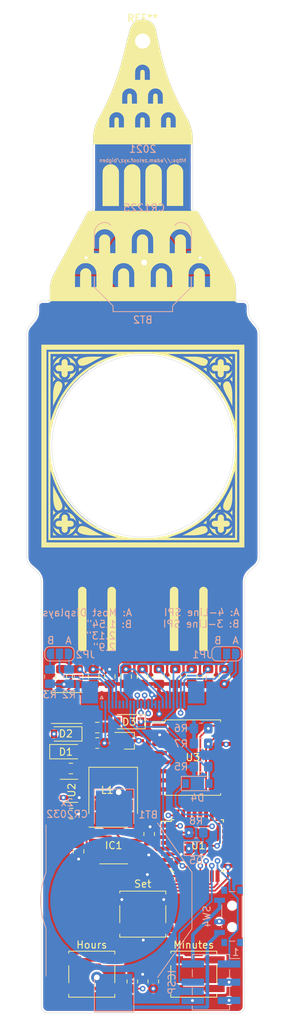
<source format=kicad_pcb>
(kicad_pcb (version 20171130) (host pcbnew "(5.1.10)-1")
  (layers (0 F.Cu signal) (1 In1.Cu signal) (2 In2.Cu signal) (31 B.Cu signal) (34 B.Paste user) (35 F.Paste user) (36 B.SilkS user) (37 F.SilkS user) (38 B.Mask user) (39 F.Mask user hide) (44 Edge.Cuts user))
  (net 0 "")
  (net 1 GND)
  (net 2 +BATT)
  (net 3 VCC)
  (net 4 "Net-(C1-Pad1)")
  (net 5 "Net-(C2-Pad2)")
  (net 6 "Net-(C3-Pad2)")
  (net 7 "Net-(C3-Pad1)")
  (net 8 +3V3)
  (net 9 "Net-(C6-Pad2)")
  (net 10 "Net-(C7-Pad2)")
  (net 11 "Net-(C9-Pad2)")
  (net 12 "Net-(C10-Pad2)")
  (net 13 PREVGH)
  (net 14 "Net-(C12-Pad2)")
  (net 15 PREVGL)
  (net 16 "Net-(C14-Pad2)")
  (net 17 EPD_RST)
  (net 18 D8)
  (net 19 "Net-(D5-Pad2)")
  (net 20 "Net-(IC1-Pad7)")
  (net 21 CLK)
  (net 22 DIN)
  (net 23 "Net-(IC1-Pad3)")
  (net 24 DOUT)
  (net 25 SPIRAM_CS)
  (net 26 RST)
  (net 27 +5V)
  (net 28 EPD_CS)
  (net 29 EPD_DC)
  (net 30 EPD_BUSY)
  (net 31 BS)
  (net 32 "Net-(J1-Pad7)")
  (net 33 "Net-(J1-Pad6)")
  (net 34 RESE)
  (net 35 GDR)
  (net 36 "Net-(J1-Pad1)")
  (net 37 "Net-(JP2-Pad3)")
  (net 38 "Net-(JP2-Pad1)")
  (net 39 "Net-(L1-Pad1)")
  (net 40 SCL)
  (net 41 SDA)
  (net 42 LED)
  (net 43 HRS)
  (net 44 MINS)
  (net 45 SET)
  (net 46 "Net-(U1-Pad31)")
  (net 47 "Net-(U1-Pad30)")
  (net 48 "Net-(U1-Pad26)")
  (net 49 "Net-(U1-Pad25)")
  (net 50 "Net-(U1-Pad24)")
  (net 51 "Net-(U1-Pad23)")
  (net 52 "Net-(U1-Pad22)")
  (net 53 "Net-(U1-Pad20)")
  (net 54 "Net-(U1-Pad19)")
  (net 55 "Net-(U1-Pad18)")
  (net 56 "Net-(U1-Pad10)")
  (net 57 "Net-(U1-Pad8)")
  (net 58 "Net-(U1-Pad7)")
  (net 59 "Net-(U3-Pad4)")
  (net 60 "Net-(U3-Pad3)")
  (net 61 "Net-(U3-Pad1)")
  (module MountingHole:MountingHole_2.1mm (layer F.Cu) (at 103.48214 36.02736)
    (fp_text reference REF** (at 0 -3.2) (layer F.SilkS))
    (fp_text value MountingHole_2.1mm)
    (pad "" np_thru_hole circle (at 0 0) (size 2.1 2.1) (drill 2.1) (layers *.Cu *.Mask))
  )
  (module Jumper:SolderJumper-3_P1.3mm_Open_RoundedPad1.0x1.5mm (layer B.Cu) (at 91.8845 121.539)
    (fp_text reference JP2 (at 3.60934 0.09906 180) (layer B.SilkS) (effects (justify mirror)))
    (fp_text value SolderJumper_3_Open)
    (pad 1 smd custom (at -1.3 0) (size 1 0.5) (layers B.Cu B.Mask) (net 38 "Net-(JP2-Pad1)") (options (clearance outline) (anchor rect)) (primitives (gr_circle (center 0 -0.25) (end 0.5 -0.25) (width 0)) (gr_circle (center 0 0.25) (end 0.5 0.25) (width 0)) (gr_poly (pts (xy 0.55 0.75) (xy 0 0.75) (xy 0 -0.75) (xy 0.55 -0.75)) (width 0))))
    (pad 3 smd custom (at 1.3 0) (size 1 0.5) (layers B.Cu B.Mask) (net 37 "Net-(JP2-Pad3)") (options (clearance outline) (anchor rect)) (primitives (gr_circle (center 0 -0.25) (end 0.5 -0.25) (width 0)) (gr_circle (center 0 0.25) (end 0.5 0.25) (width 0)) (gr_poly (pts (xy -0.55 0.75) (xy 0 0.75) (xy 0 -0.75) (xy -0.55 -0.75)) (width 0))))
    (pad 2 smd rect (at 0 0) (size 1 1.5) (layers B.Cu B.Mask) (net 34 RESE))
  )
  (module Jumper:SolderJumper-3_P1.3mm_Open_RoundedPad1.0x1.5mm (layer B.Cu) (at 115.189 121.539)
    (fp_text reference JP1 (at -3.43916 0.09906) (layer B.SilkS) (effects (justify mirror)))
    (fp_text value SolderJumper_3_Open)
    (pad 2 smd rect (at 0 0) (size 1 1.5) (layers B.Cu B.Mask) (net 31 BS))
    (pad 3 smd custom (at 1.3 0) (size 1 0.5) (layers B.Cu B.Mask) (net 1 GND) (options (clearance outline) (anchor rect)) (primitives (gr_circle (center 0 -0.25) (end 0.5 -0.25) (width 0)) (gr_circle (center 0 0.25) (end 0.5 0.25) (width 0)) (gr_poly (pts (xy -0.55 0.75) (xy 0 0.75) (xy 0 -0.75) (xy -0.55 -0.75)) (width 0))))
    (pad 1 smd custom (at -1.3 0) (size 1 0.5) (layers B.Cu B.Mask) (net 8 +3V3) (options (clearance outline) (anchor rect)) (primitives (gr_circle (center 0 -0.25) (end 0.5 -0.25) (width 0)) (gr_circle (center 0 0.25) (end 0.5 0.25) (width 0)) (gr_poly (pts (xy 0.55 0.75) (xy 0 0.75) (xy 0 -0.75) (xy 0.55 -0.75)) (width 0))))
  )
  (module Button_Switch_SMD:SW_SPDT_PCM12 (layer B.Cu) (at 115.6335 158.1785 270)
    (fp_text reference SW4 (at 0 3.2 90) (layer B.SilkS) (effects (justify mirror)))
    (fp_text value SW_SPDT)
    (pad "" smd rect (at -3.65 0.78 270) (size 1 0.8) (layers B.Cu B.Paste B.Mask))
    (pad "" smd rect (at 3.65 0.78 270) (size 1 0.8) (layers B.Cu B.Paste B.Mask))
    (pad "" smd rect (at 3.65 -1.43 270) (size 1 0.8) (layers B.Cu B.Paste B.Mask))
    (pad "" smd rect (at -3.65 -1.43 270) (size 1 0.8) (layers B.Cu B.Paste B.Mask))
    (pad 3 smd rect (at 2.25 1.43 270) (size 0.7 1.5) (layers B.Cu B.Paste B.Mask) (net 2 +BATT))
    (pad 2 smd rect (at 0.75 1.43 270) (size 0.7 1.5) (layers B.Cu B.Paste B.Mask) (net 10 "Net-(C7-Pad2)"))
    (pad 1 smd rect (at -2.25 1.43 270) (size 0.7 1.5) (layers B.Cu B.Paste B.Mask) (net 27 +5V))
    (pad "" np_thru_hole circle (at 1.5 -0.33 270) (size 0.9 0.9) (drill 0.9) (layers *.Cu *.Mask))
    (pad "" np_thru_hole circle (at -1.5 -0.33 270) (size 0.9 0.9) (drill 0.9) (layers *.Cu *.Mask))
  )
  (module artwork:mask (layer F.Cu) (at 103.51262 70.42404)
    (fp_text reference G*** hide)
    (fp_text value LOGO hide)
  )
  (module artwork:silkscreen (layer F.Cu) (at 103.505 77.05852)
    (fp_text reference G*** hide)
    (fp_text value LOGO hide)
  )
  (module Inductor_SMD:L_Coilcraft_XxL4040 (layer F.Cu) (at 92.9005 129.0955)
    (fp_text reference L2)
    (fp_text value 68u)
    (pad 2 smd rect (at 1.185 0) (size 0.98 3.4) (layers F.Cu F.Paste F.Mask) (net 6 "Net-(C3-Pad2)"))
    (pad 1 smd rect (at -1.185 0) (size 0.98 3.4) (layers F.Cu F.Paste F.Mask) (net 8 +3V3))
  )
  (module Resistor_SMD:R_0805_2012Metric_Pad1.20x1.40mm_HandSolder (layer B.Cu) (at 93.218 124.714 90)
    (fp_text reference R2 (at -2.51206 -0.01016) (layer B.SilkS) (effects (justify mirror)))
    (fp_text value 3)
    (pad 1 smd roundrect (at -1 0 90) (size 1.2 1.4) (layers B.Cu B.Paste B.Mask) (roundrect_rratio 0.208333) (net 1 GND))
    (pad 2 smd roundrect (at 1 0 90) (size 1.2 1.4) (layers B.Cu B.Paste B.Mask) (roundrect_rratio 0.208333) (net 37 "Net-(JP2-Pad3)"))
  )
  (module "big-ben-components:1.54 EPD" (layer F.Cu) (at 87.63 76.708)
    (fp_text reference REF**)
    (fp_text value "1.54 EPD")
  )
  (module Package_SO:SOIC-8_3.9x4.9mm_P1.27mm (layer F.Cu) (at 99.441 148.2852)
    (fp_text reference IC1 (at 0 -0.00508) (layer F.SilkS))
    (fp_text value 23LC1024-I_P)
    (pad 8 smd roundrect (at 2.475 -1.905) (size 1.95 0.6) (layers F.Cu F.Paste F.Mask) (net 8 +3V3))
    (pad 7 smd roundrect (at 2.475 -0.635) (size 1.95 0.6) (layers F.Cu F.Paste F.Mask) (net 20 "Net-(IC1-Pad7)"))
    (pad 6 smd roundrect (at 2.475 0.635) (size 1.95 0.6) (layers F.Cu F.Paste F.Mask) (net 21 CLK))
    (pad 5 smd roundrect (at 2.475 1.905) (size 1.95 0.6) (layers F.Cu F.Paste F.Mask) (net 22 DIN))
    (pad 4 smd roundrect (at -2.475 1.905) (size 1.95 0.6) (layers F.Cu F.Paste F.Mask) (net 1 GND))
    (pad 3 smd roundrect (at -2.475 0.635) (size 1.95 0.6) (layers F.Cu F.Paste F.Mask) (net 23 "Net-(IC1-Pad3)"))
    (pad 2 smd roundrect (at -2.475 -0.635) (size 1.95 0.6) (layers F.Cu F.Paste F.Mask) (net 24 DOUT))
    (pad 1 smd roundrect (at -2.475 -1.905) (size 1.95 0.6) (layers F.Cu F.Paste F.Mask) (net 25 SPIRAM_CS))
  )
  (module Package_SO:SOIC-16W_7.5x10.3mm_P1.27mm (layer F.Cu) (at 110.49 136.017)
    (fp_text reference U3 (at -0.01016 -0.02794) (layer F.SilkS))
    (fp_text value DS3231M)
    (pad 1 smd roundrect (at -4.65 -4.445) (size 2.05 0.6) (layers F.Cu F.Paste F.Mask) (net 61 "Net-(U3-Pad1)"))
    (pad 2 smd roundrect (at -4.65 -3.175) (size 2.05 0.6) (layers F.Cu F.Paste F.Mask) (net 8 +3V3))
    (pad 3 smd roundrect (at -4.65 -1.905) (size 2.05 0.6) (layers F.Cu F.Paste F.Mask) (net 60 "Net-(U3-Pad3)"))
    (pad 4 smd roundrect (at -4.65 -0.635) (size 2.05 0.6) (layers F.Cu F.Paste F.Mask) (net 59 "Net-(U3-Pad4)"))
    (pad 5 smd roundrect (at -4.65 0.635) (size 2.05 0.6) (layers F.Cu F.Paste F.Mask) (net 1 GND))
    (pad 6 smd roundrect (at -4.65 1.905) (size 2.05 0.6) (layers F.Cu F.Paste F.Mask) (net 1 GND))
    (pad 7 smd roundrect (at -4.65 3.175) (size 2.05 0.6) (layers F.Cu F.Paste F.Mask) (net 1 GND))
    (pad 8 smd roundrect (at -4.65 4.445) (size 2.05 0.6) (layers F.Cu F.Paste F.Mask) (net 1 GND))
    (pad 9 smd roundrect (at 4.65 4.445) (size 2.05 0.6) (layers F.Cu F.Paste F.Mask) (net 1 GND))
    (pad 10 smd roundrect (at 4.65 3.175) (size 2.05 0.6) (layers F.Cu F.Paste F.Mask) (net 1 GND))
    (pad 11 smd roundrect (at 4.65 1.905) (size 2.05 0.6) (layers F.Cu F.Paste F.Mask) (net 1 GND))
    (pad 12 smd roundrect (at 4.65 0.635) (size 2.05 0.6) (layers F.Cu F.Paste F.Mask) (net 1 GND))
    (pad 13 smd roundrect (at 4.65 -0.635) (size 2.05 0.6) (layers F.Cu F.Paste F.Mask) (net 1 GND))
    (pad 14 smd roundrect (at 4.65 -1.905) (size 2.05 0.6) (layers F.Cu F.Paste F.Mask) (net 3 VCC))
    (pad 15 smd roundrect (at 4.65 -3.175) (size 2.05 0.6) (layers F.Cu F.Paste F.Mask) (net 41 SDA))
    (pad 16 smd roundrect (at 4.65 -4.445) (size 2.05 0.6) (layers F.Cu F.Paste F.Mask) (net 40 SCL))
  )
  (module Package_TO_SOT_SMD:SOT-23-5 (layer F.Cu) (at 93.5355 140.6525)
    (fp_text reference U2 (at 0.05334 -0.09144 90) (layer F.SilkS))
    (fp_text value TPS62203DBV)
    (pad 5 smd rect (at 1.1 -0.95) (size 1.06 0.65) (layers F.Cu F.Paste F.Mask) (net 39 "Net-(L1-Pad1)"))
    (pad 4 smd rect (at 1.1 0.95) (size 1.06 0.65) (layers F.Cu F.Paste F.Mask) (net 8 +3V3))
    (pad 3 smd rect (at -1.1 0.95) (size 1.06 0.65) (layers F.Cu F.Paste F.Mask) (net 10 "Net-(C7-Pad2)"))
    (pad 2 smd rect (at -1.1 0) (size 1.06 0.65) (layers F.Cu F.Paste F.Mask) (net 1 GND))
    (pad 1 smd rect (at -1.1 -0.95) (size 1.06 0.65) (layers F.Cu F.Paste F.Mask) (net 10 "Net-(C7-Pad2)"))
  )
  (module Package_QFP:TQFP-32_7x7mm_P0.8mm (layer F.Cu) (at 111.125 148.3106)
    (fp_text reference U1 (at 0.11684 -0.00254) (layer F.SilkS))
    (fp_text value ATmega328P-AU)
    (pad 32 smd rect (at -2.8 -4.25 90) (size 1.6 0.55) (layers F.Cu F.Paste F.Mask) (net 43 HRS))
    (pad 31 smd rect (at -2 -4.25 90) (size 1.6 0.55) (layers F.Cu F.Paste F.Mask) (net 46 "Net-(U1-Pad31)"))
    (pad 30 smd rect (at -1.2 -4.25 90) (size 1.6 0.55) (layers F.Cu F.Paste F.Mask) (net 47 "Net-(U1-Pad30)"))
    (pad 29 smd rect (at -0.4 -4.25 90) (size 1.6 0.55) (layers F.Cu F.Paste F.Mask) (net 26 RST))
    (pad 28 smd rect (at 0.4 -4.25 90) (size 1.6 0.55) (layers F.Cu F.Paste F.Mask) (net 40 SCL))
    (pad 27 smd rect (at 1.2 -4.25 90) (size 1.6 0.55) (layers F.Cu F.Paste F.Mask) (net 41 SDA))
    (pad 26 smd rect (at 2 -4.25 90) (size 1.6 0.55) (layers F.Cu F.Paste F.Mask) (net 48 "Net-(U1-Pad26)"))
    (pad 25 smd rect (at 2.8 -4.25 90) (size 1.6 0.55) (layers F.Cu F.Paste F.Mask) (net 49 "Net-(U1-Pad25)"))
    (pad 24 smd rect (at 4.25 -2.8) (size 1.6 0.55) (layers F.Cu F.Paste F.Mask) (net 50 "Net-(U1-Pad24)"))
    (pad 23 smd rect (at 4.25 -2) (size 1.6 0.55) (layers F.Cu F.Paste F.Mask) (net 51 "Net-(U1-Pad23)"))
    (pad 22 smd rect (at 4.25 -1.2) (size 1.6 0.55) (layers F.Cu F.Paste F.Mask) (net 52 "Net-(U1-Pad22)"))
    (pad 21 smd rect (at 4.25 -0.4) (size 1.6 0.55) (layers F.Cu F.Paste F.Mask) (net 1 GND))
    (pad 20 smd rect (at 4.25 0.4) (size 1.6 0.55) (layers F.Cu F.Paste F.Mask) (net 53 "Net-(U1-Pad20)"))
    (pad 19 smd rect (at 4.25 1.2) (size 1.6 0.55) (layers F.Cu F.Paste F.Mask) (net 54 "Net-(U1-Pad19)"))
    (pad 18 smd rect (at 4.25 2) (size 1.6 0.55) (layers F.Cu F.Paste F.Mask) (net 55 "Net-(U1-Pad18)"))
    (pad 17 smd rect (at 4.25 2.8) (size 1.6 0.55) (layers F.Cu F.Paste F.Mask) (net 21 CLK))
    (pad 16 smd rect (at 2.8 4.25 90) (size 1.6 0.55) (layers F.Cu F.Paste F.Mask) (net 24 DOUT))
    (pad 15 smd rect (at 2 4.25 90) (size 1.6 0.55) (layers F.Cu F.Paste F.Mask) (net 22 DIN))
    (pad 14 smd rect (at 1.2 4.25 90) (size 1.6 0.55) (layers F.Cu F.Paste F.Mask) (net 28 EPD_CS))
    (pad 13 smd rect (at 0.4 4.25 90) (size 1.6 0.55) (layers F.Cu F.Paste F.Mask) (net 29 EPD_DC))
    (pad 12 smd rect (at -0.4 4.25 90) (size 1.6 0.55) (layers F.Cu F.Paste F.Mask) (net 18 D8))
    (pad 11 smd rect (at -1.2 4.25 90) (size 1.6 0.55) (layers F.Cu F.Paste F.Mask) (net 30 EPD_BUSY))
    (pad 10 smd rect (at -2 4.25 90) (size 1.6 0.55) (layers F.Cu F.Paste F.Mask) (net 56 "Net-(U1-Pad10)"))
    (pad 9 smd rect (at -2.8 4.25 90) (size 1.6 0.55) (layers F.Cu F.Paste F.Mask) (net 25 SPIRAM_CS))
    (pad 8 smd rect (at -4.25 2.8) (size 1.6 0.55) (layers F.Cu F.Paste F.Mask) (net 57 "Net-(U1-Pad8)"))
    (pad 7 smd rect (at -4.25 2) (size 1.6 0.55) (layers F.Cu F.Paste F.Mask) (net 58 "Net-(U1-Pad7)"))
    (pad 6 smd rect (at -4.25 1.2) (size 1.6 0.55) (layers F.Cu F.Paste F.Mask) (net 8 +3V3))
    (pad 5 smd rect (at -4.25 0.4) (size 1.6 0.55) (layers F.Cu F.Paste F.Mask) (net 1 GND))
    (pad 4 smd rect (at -4.25 -0.4) (size 1.6 0.55) (layers F.Cu F.Paste F.Mask) (net 8 +3V3))
    (pad 3 smd rect (at -4.25 -1.2) (size 1.6 0.55) (layers F.Cu F.Paste F.Mask) (net 1 GND))
    (pad 2 smd rect (at -4.25 -2) (size 1.6 0.55) (layers F.Cu F.Paste F.Mask) (net 42 LED))
    (pad 1 smd rect (at -4.25 -2.8) (size 1.6 0.55) (layers F.Cu F.Paste F.Mask) (net 44 MINS))
  )
  (module Button_Switch_SMD:SW_Push_1P1T_NO_CK_KSC6xxJ (layer F.Cu) (at 103.505 157.861 180)
    (fp_text reference SW3)
    (fp_text value SW_Push)
    (pad 1 smd rect (at -2.9 -2 180) (size 2.8 1) (layers F.Cu F.Paste F.Mask) (net 45 SET))
    (pad 1 smd rect (at 2.9 -2 180) (size 2.8 1) (layers F.Cu F.Paste F.Mask) (net 45 SET))
    (pad 2 smd rect (at -2.9 2 180) (size 2.8 1) (layers F.Cu F.Paste F.Mask) (net 1 GND))
    (pad 2 smd rect (at 2.9 2 180) (size 2.8 1) (layers F.Cu F.Paste F.Mask) (net 1 GND))
  )
  (module Button_Switch_SMD:SW_Push_1P1T_NO_CK_KSC6xxJ (layer F.Cu) (at 110.617 166.243 180)
    (fp_text reference SW2)
    (fp_text value SW_Push)
    (pad 1 smd rect (at -2.9 -2 180) (size 2.8 1) (layers F.Cu F.Paste F.Mask) (net 44 MINS))
    (pad 1 smd rect (at 2.9 -2 180) (size 2.8 1) (layers F.Cu F.Paste F.Mask) (net 44 MINS))
    (pad 2 smd rect (at -2.9 2 180) (size 2.8 1) (layers F.Cu F.Paste F.Mask) (net 45 SET))
    (pad 2 smd rect (at 2.9 2 180) (size 2.8 1) (layers F.Cu F.Paste F.Mask) (net 45 SET))
  )
  (module Button_Switch_SMD:SW_Push_1P1T_NO_CK_KSC6xxJ (layer F.Cu) (at 96.393 166.243 180)
    (fp_text reference SW1)
    (fp_text value SW_Push)
    (pad 1 smd rect (at -2.9 -2 180) (size 2.8 1) (layers F.Cu F.Paste F.Mask) (net 43 HRS))
    (pad 1 smd rect (at 2.9 -2 180) (size 2.8 1) (layers F.Cu F.Paste F.Mask) (net 43 HRS))
    (pad 2 smd rect (at -2.9 2 180) (size 2.8 1) (layers F.Cu F.Paste F.Mask) (net 45 SET))
    (pad 2 smd rect (at 2.9 2 180) (size 2.8 1) (layers F.Cu F.Paste F.Mask) (net 45 SET))
  )
  (module Resistor_SMD:R_0805_2012Metric_Pad1.20x1.40mm_HandSolder (layer F.Cu) (at 104.9655 167.259 90)
    (fp_text reference R10)
    (fp_text value 4k7)
    (pad 1 smd roundrect (at -1 0 90) (size 1.2 1.4) (layers F.Cu F.Paste F.Mask) (roundrect_rratio 0.208333) (net 44 MINS))
    (pad 2 smd roundrect (at 1 0 90) (size 1.2 1.4) (layers F.Cu F.Paste F.Mask) (roundrect_rratio 0.208333) (net 8 +3V3))
  )
  (module Resistor_SMD:R_0805_2012Metric_Pad1.20x1.40mm_HandSolder (layer F.Cu) (at 102.0445 167.259 90)
    (fp_text reference R9)
    (fp_text value 4k7)
    (pad 1 smd roundrect (at -1 0 90) (size 1.2 1.4) (layers F.Cu F.Paste F.Mask) (roundrect_rratio 0.208333) (net 43 HRS))
    (pad 2 smd roundrect (at 1 0 90) (size 1.2 1.4) (layers F.Cu F.Paste F.Mask) (roundrect_rratio 0.208333) (net 8 +3V3))
  )
  (module Resistor_SMD:R_0805_2012Metric_Pad1.20x1.40mm_HandSolder (layer B.Cu) (at 110.9345 146.4945 180)
    (fp_text reference R8 (at 0 1.65) (layer B.SilkS) (effects (justify mirror)))
    (fp_text value R_US)
    (pad 2 smd roundrect (at 1 0 180) (size 1.2 1.4) (layers B.Cu B.Paste B.Mask) (roundrect_rratio 0.208333) (net 42 LED))
    (pad 1 smd roundrect (at -1 0 180) (size 1.2 1.4) (layers B.Cu B.Paste B.Mask) (roundrect_rratio 0.208333) (net 19 "Net-(D5-Pad2)"))
  )
  (module Resistor_SMD:R_0805_2012Metric_Pad1.20x1.40mm_HandSolder (layer B.Cu) (at 111.633 134.0485)
    (fp_text reference R7 (at -2.80416 0.03556) (layer B.SilkS) (effects (justify mirror)))
    (fp_text value 10k)
    (pad 1 smd roundrect (at -1 0) (size 1.2 1.4) (layers B.Cu B.Paste B.Mask) (roundrect_rratio 0.208333) (net 8 +3V3))
    (pad 2 smd roundrect (at 1 0) (size 1.2 1.4) (layers B.Cu B.Paste B.Mask) (roundrect_rratio 0.208333) (net 41 SDA))
  )
  (module Resistor_SMD:R_0805_2012Metric_Pad1.20x1.40mm_HandSolder (layer B.Cu) (at 111.633 131.953)
    (fp_text reference R6 (at -2.80416 -0.02794) (layer B.SilkS) (effects (justify mirror)))
    (fp_text value 10k)
    (pad 1 smd roundrect (at -1 0) (size 1.2 1.4) (layers B.Cu B.Paste B.Mask) (roundrect_rratio 0.208333) (net 8 +3V3))
    (pad 2 smd roundrect (at 1 0) (size 1.2 1.4) (layers B.Cu B.Paste B.Mask) (roundrect_rratio 0.208333) (net 40 SCL))
  )
  (module Resistor_SMD:R_0805_2012Metric_Pad1.20x1.40mm_HandSolder (layer B.Cu) (at 111.633 137.287)
    (fp_text reference R5 (at -2.794 0) (layer B.SilkS) (effects (justify mirror)))
    (fp_text value 10k)
    (pad 2 smd roundrect (at 1 0) (size 1.2 1.4) (layers B.Cu B.Paste B.Mask) (roundrect_rratio 0.208333) (net 17 EPD_RST))
    (pad 1 smd roundrect (at -1 0) (size 1.2 1.4) (layers B.Cu B.Paste B.Mask) (roundrect_rratio 0.208333) (net 8 +3V3))
  )
  (module Resistor_SMD:R_0805_2012Metric_Pad1.20x1.40mm_HandSolder (layer F.Cu) (at 104.394 146.685 90)
    (fp_text reference R4)
    (fp_text value 1k)
    (pad 2 smd roundrect (at 1 0 90) (size 1.2 1.4) (layers F.Cu F.Paste F.Mask) (roundrect_rratio 0.208333) (net 8 +3V3))
    (pad 1 smd roundrect (at -1 0 90) (size 1.2 1.4) (layers F.Cu F.Paste F.Mask) (roundrect_rratio 0.208333) (net 20 "Net-(IC1-Pad7)"))
  )
  (module Resistor_SMD:R_0805_2012Metric_Pad1.20x1.40mm_HandSolder (layer B.Cu) (at 90.551 124.714 270)
    (fp_text reference R3 (at 2.51206 0.01016) (layer B.SilkS) (effects (justify mirror)))
    (fp_text value 0.47)
    (pad 1 smd roundrect (at -1 0 270) (size 1.2 1.4) (layers B.Cu B.Paste B.Mask) (roundrect_rratio 0.208333) (net 38 "Net-(JP2-Pad1)"))
    (pad 2 smd roundrect (at 1 0 270) (size 1.2 1.4) (layers B.Cu B.Paste B.Mask) (roundrect_rratio 0.208333) (net 1 GND))
  )
  (module Resistor_SMD:R_0805_2012Metric_Pad1.20x1.40mm_HandSolder (layer F.Cu) (at 97.155 133.985 180)
    (fp_text reference R1)
    (fp_text value 10k)
    (pad 2 smd roundrect (at 1 0 180) (size 1.2 1.4) (layers F.Cu F.Paste F.Mask) (roundrect_rratio 0.208333) (net 1 GND))
    (pad 1 smd roundrect (at -1 0 180) (size 1.2 1.4) (layers F.Cu F.Paste F.Mask) (roundrect_rratio 0.208333) (net 35 GDR))
  )
  (module Package_TO_SOT_SMD:SOT-323_SC-70_Handsoldering (layer F.Cu) (at 101.6 133.6675)
    (fp_text reference Q1)
    (fp_text value Si1308EDL)
    (pad 3 smd rect (at 1.33 0 270) (size 0.45 1.5) (layers F.Cu F.Paste F.Mask) (net 34 RESE))
    (pad 2 smd rect (at -1.33 0.65 270) (size 0.45 1.5) (layers F.Cu F.Paste F.Mask) (net 35 GDR))
    (pad 1 smd rect (at -1.33 -0.65 270) (size 0.45 1.5) (layers F.Cu F.Paste F.Mask) (net 6 "Net-(C3-Pad2)"))
  )
  (module Inductor_SMD:L_Coilcraft_XAL60xx_6.36x6.56mm (layer F.Cu) (at 99.3775 140.6525 270)
    (fp_text reference L1 (at -0.09144 0.83566 180) (layer F.SilkS))
    (fp_text value 10u)
    (pad 2 smd rect (at 2.02 0 270) (size 1.43 5.5) (layers F.Cu F.Paste F.Mask) (net 8 +3V3))
    (pad 1 smd rect (at -2.02 0 270) (size 1.43 5.5) (layers F.Cu F.Paste F.Mask) (net 39 "Net-(L1-Pad1)"))
  )
  (module Connector_FFC-FPC:TE_2-1734839-4_1x24-1MP_P0.5mm_Horizontal (layer B.Cu) (at 103.5304 127.254)
    (fp_text reference J1 (at 0 3.1) (layer B.SilkS) (effects (justify mirror)))
    (fp_text value Conn_01x24_Female)
    (pad 1 smd rect (at -5.75 1.35) (size 0.3 1.1) (layers B.Cu B.Paste B.Mask) (net 36 "Net-(J1-Pad1)"))
    (pad 2 smd rect (at -5.25 1.35) (size 0.3 1.1) (layers B.Cu B.Paste B.Mask) (net 35 GDR))
    (pad 3 smd rect (at -4.75 1.35) (size 0.3 1.1) (layers B.Cu B.Paste B.Mask) (net 34 RESE))
    (pad 4 smd rect (at -4.25 1.35) (size 0.3 1.1) (layers B.Cu B.Paste B.Mask) (net 4 "Net-(C1-Pad1)"))
    (pad 5 smd rect (at -3.75 1.35) (size 0.3 1.1) (layers B.Cu B.Paste B.Mask) (net 5 "Net-(C2-Pad2)"))
    (pad 6 smd rect (at -3.25 1.35) (size 0.3 1.1) (layers B.Cu B.Paste B.Mask) (net 33 "Net-(J1-Pad6)"))
    (pad 7 smd rect (at -2.75 1.35) (size 0.3 1.1) (layers B.Cu B.Paste B.Mask) (net 32 "Net-(J1-Pad7)"))
    (pad 8 smd rect (at -2.25 1.35) (size 0.3 1.1) (layers B.Cu B.Paste B.Mask) (net 31 BS))
    (pad 9 smd rect (at -1.75 1.35) (size 0.3 1.1) (layers B.Cu B.Paste B.Mask) (net 30 EPD_BUSY))
    (pad 10 smd rect (at -1.25 1.35) (size 0.3 1.1) (layers B.Cu B.Paste B.Mask) (net 17 EPD_RST))
    (pad 11 smd rect (at -0.75 1.35) (size 0.3 1.1) (layers B.Cu B.Paste B.Mask) (net 29 EPD_DC))
    (pad 12 smd rect (at -0.25 1.35) (size 0.3 1.1) (layers B.Cu B.Paste B.Mask) (net 28 EPD_CS))
    (pad 13 smd rect (at 0.25 1.35) (size 0.3 1.1) (layers B.Cu B.Paste B.Mask) (net 21 CLK))
    (pad 14 smd rect (at 0.75 1.35) (size 0.3 1.1) (layers B.Cu B.Paste B.Mask) (net 22 DIN))
    (pad 15 smd rect (at 1.25 1.35) (size 0.3 1.1) (layers B.Cu B.Paste B.Mask) (net 8 +3V3))
    (pad 16 smd rect (at 1.75 1.35) (size 0.3 1.1) (layers B.Cu B.Paste B.Mask) (net 8 +3V3))
    (pad 17 smd rect (at 2.25 1.35) (size 0.3 1.1) (layers B.Cu B.Paste B.Mask) (net 1 GND))
    (pad 18 smd rect (at 2.75 1.35) (size 0.3 1.1) (layers B.Cu B.Paste B.Mask) (net 9 "Net-(C6-Pad2)"))
    (pad 19 smd rect (at 3.25 1.35) (size 0.3 1.1) (layers B.Cu B.Paste B.Mask) (net 11 "Net-(C9-Pad2)"))
    (pad 20 smd rect (at 3.75 1.35) (size 0.3 1.1) (layers B.Cu B.Paste B.Mask) (net 12 "Net-(C10-Pad2)"))
    (pad 21 smd rect (at 4.25 1.35) (size 0.3 1.1) (layers B.Cu B.Paste B.Mask) (net 13 PREVGH))
    (pad 22 smd rect (at 4.75 1.35) (size 0.3 1.1) (layers B.Cu B.Paste B.Mask) (net 14 "Net-(C12-Pad2)"))
    (pad 23 smd rect (at 5.25 1.35) (size 0.3 1.1) (layers B.Cu B.Paste B.Mask) (net 15 PREVGL))
    (pad 24 smd rect (at 5.75 1.35) (size 0.3 1.1) (layers B.Cu B.Paste B.Mask) (net 16 "Net-(C14-Pad2)"))
    (pad MP smd rect (at -7.42 -0.35) (size 2.3 3.1) (layers B.Cu B.Paste B.Mask))
    (pad MP smd rect (at 7.42 -0.35) (size 2.3 3.1) (layers B.Cu B.Paste B.Mask))
  )
  (module Connector_PinHeader_2.54mm:PinHeader_2x03_P2.54mm_Vertical_SMD (layer B.Cu) (at 113.0046 167.3606 180)
    (fp_text reference ICSP (at 5.44576 0.00254 90) (layer B.SilkS) (effects (justify mirror)))
    (fp_text value Conn_02x03_Odd_Even)
    (pad 1 smd rect (at -2.525 2.54 180) (size 3.15 1) (layers B.Cu B.Paste B.Mask) (net 24 DOUT))
    (pad 2 smd rect (at 2.525 2.54 180) (size 3.15 1) (layers B.Cu B.Paste B.Mask) (net 27 +5V))
    (pad 3 smd rect (at -2.525 0 180) (size 3.15 1) (layers B.Cu B.Paste B.Mask) (net 21 CLK))
    (pad 4 smd rect (at 2.525 0 180) (size 3.15 1) (layers B.Cu B.Paste B.Mask) (net 22 DIN))
    (pad 5 smd rect (at -2.525 -2.54 180) (size 3.15 1) (layers B.Cu B.Paste B.Mask) (net 26 RST))
    (pad 6 smd rect (at 2.525 -2.54 180) (size 3.15 1) (layers B.Cu B.Paste B.Mask) (net 1 GND))
  )
  (module LED_SMD:LED_0805_2012Metric (layer B.Cu) (at 110.9345 148.717)
    (fp_text reference D5 (at 0 1.65) (layer B.SilkS) (effects (justify mirror)))
    (fp_text value LED)
    (pad 2 smd roundrect (at 0.9375 0) (size 0.975 1.4) (layers B.Cu B.Paste B.Mask) (net 19 "Net-(D5-Pad2)"))
    (pad 1 smd roundrect (at -0.9375 0) (size 0.975 1.4) (layers B.Cu B.Paste B.Mask) (net 1 GND))
  )
  (module Diode_SMD:D_SOD-123 (layer B.Cu) (at 111.125 139.6365)
    (fp_text reference D4 (at 0 2) (layer B.SilkS) (effects (justify mirror)))
    (fp_text value 1N4148)
    (pad 2 smd rect (at 1.65 0) (size 0.9 1.2) (layers B.Cu B.Paste B.Mask) (net 17 EPD_RST))
    (pad 1 smd rect (at -1.65 0) (size 0.9 1.2) (layers B.Cu B.Paste B.Mask) (net 18 D8))
  )
  (module Diode_SMD:D_SOD-123 (layer F.Cu) (at 101.6 131.0005 180)
    (fp_text reference D3 (at 0 -0.03556) (layer F.SilkS))
    (fp_text value MBR0530)
    (pad 2 smd rect (at 1.65 0 180) (size 0.9 1.2) (layers F.Cu F.Paste F.Mask) (net 6 "Net-(C3-Pad2)"))
    (pad 1 smd rect (at -1.65 0 180) (size 0.9 1.2) (layers F.Cu F.Paste F.Mask) (net 13 PREVGH))
  )
  (module Diode_SMD:D_SOD-123 (layer F.Cu) (at 92.7735 132.715 180)
    (fp_text reference D2 (at 0 0.02794) (layer F.SilkS))
    (fp_text value MBR0530)
    (pad 2 smd rect (at 1.65 0 180) (size 0.9 1.2) (layers F.Cu F.Paste F.Mask) (net 15 PREVGL))
    (pad 1 smd rect (at -1.65 0 180) (size 0.9 1.2) (layers F.Cu F.Paste F.Mask) (net 7 "Net-(C3-Pad1)"))
  )
  (module Diode_SMD:D_SOD-123 (layer F.Cu) (at 92.7735 135.1915)
    (fp_text reference D1 (at 0 0.03556) (layer F.SilkS))
    (fp_text value MBR0530)
    (pad 2 smd rect (at 1.65 0) (size 0.9 1.2) (layers F.Cu F.Paste F.Mask) (net 7 "Net-(C3-Pad1)"))
    (pad 1 smd rect (at -1.65 0) (size 0.9 1.2) (layers F.Cu F.Paste F.Mask) (net 1 GND))
  )
  (module Capacitor_SMD:C_0805_2012Metric_Pad1.18x1.45mm_HandSolder (layer F.Cu) (at 94.5515 149.098 270)
    (fp_text reference C15)
    (fp_text value 100n)
    (pad 2 smd roundrect (at 1.0375 0 270) (size 1.175 1.45) (layers F.Cu F.Paste F.Mask) (roundrect_rratio 0.212766) (net 1 GND))
    (pad 1 smd roundrect (at -1.0375 0 270) (size 1.175 1.45) (layers F.Cu F.Paste F.Mask) (roundrect_rratio 0.212766) (net 8 +3V3))
  )
  (module Capacitor_SMD:C_0805_2012Metric_Pad1.18x1.45mm_HandSolder (layer F.Cu) (at 114.8969 124.7013 90)
    (fp_text reference C14)
    (fp_text value 1u)
    (pad 2 smd roundrect (at 1.0375 0 90) (size 1.175 1.45) (layers F.Cu F.Paste F.Mask) (roundrect_rratio 0.212766) (net 16 "Net-(C14-Pad2)"))
    (pad 1 smd roundrect (at -1.0375 0 90) (size 1.175 1.45) (layers F.Cu F.Paste F.Mask) (roundrect_rratio 0.212766) (net 1 GND))
  )
  (module Capacitor_SMD:C_0805_2012Metric_Pad1.18x1.45mm_HandSolder (layer F.Cu) (at 112.6109 124.7013 90)
    (fp_text reference C13)
    (fp_text value 1u)
    (pad 2 smd roundrect (at 1.0375 0 90) (size 1.175 1.45) (layers F.Cu F.Paste F.Mask) (roundrect_rratio 0.212766) (net 15 PREVGL))
    (pad 1 smd roundrect (at -1.0375 0 90) (size 1.175 1.45) (layers F.Cu F.Paste F.Mask) (roundrect_rratio 0.212766) (net 1 GND))
  )
  (module Capacitor_SMD:C_0805_2012Metric_Pad1.18x1.45mm_HandSolder (layer F.Cu) (at 110.3249 124.7013 90)
    (fp_text reference C12)
    (fp_text value 1u)
    (pad 2 smd roundrect (at 1.0375 0 90) (size 1.175 1.45) (layers F.Cu F.Paste F.Mask) (roundrect_rratio 0.212766) (net 14 "Net-(C12-Pad2)"))
    (pad 1 smd roundrect (at -1.0375 0 90) (size 1.175 1.45) (layers F.Cu F.Paste F.Mask) (roundrect_rratio 0.212766) (net 1 GND))
  )
  (module Capacitor_SMD:C_0805_2012Metric_Pad1.18x1.45mm_HandSolder (layer F.Cu) (at 108.0389 124.7013 90)
    (fp_text reference C11)
    (fp_text value 1u)
    (pad 2 smd roundrect (at 1.0375 0 90) (size 1.175 1.45) (layers F.Cu F.Paste F.Mask) (roundrect_rratio 0.212766) (net 13 PREVGH))
    (pad 1 smd roundrect (at -1.0375 0 90) (size 1.175 1.45) (layers F.Cu F.Paste F.Mask) (roundrect_rratio 0.212766) (net 1 GND))
  )
  (module Capacitor_SMD:C_0805_2012Metric_Pad1.18x1.45mm_HandSolder (layer F.Cu) (at 105.7529 124.7013 90)
    (fp_text reference C10)
    (fp_text value 1u)
    (pad 2 smd roundrect (at 1.0375 0 90) (size 1.175 1.45) (layers F.Cu F.Paste F.Mask) (roundrect_rratio 0.212766) (net 12 "Net-(C10-Pad2)"))
    (pad 1 smd roundrect (at -1.0375 0 90) (size 1.175 1.45) (layers F.Cu F.Paste F.Mask) (roundrect_rratio 0.212766) (net 1 GND))
  )
  (module Capacitor_SMD:C_0805_2012Metric_Pad1.18x1.45mm_HandSolder (layer F.Cu) (at 103.4669 124.7013 90)
    (fp_text reference C9)
    (fp_text value 1u)
    (pad 2 smd roundrect (at 1.0375 0 90) (size 1.175 1.45) (layers F.Cu F.Paste F.Mask) (roundrect_rratio 0.212766) (net 11 "Net-(C9-Pad2)"))
    (pad 1 smd roundrect (at -1.0375 0 90) (size 1.175 1.45) (layers F.Cu F.Paste F.Mask) (roundrect_rratio 0.212766) (net 1 GND))
  )
  (module Capacitor_SMD:C_0805_2012Metric_Pad1.18x1.45mm_HandSolder (layer F.Cu) (at 92.1385 124.714 270)
    (fp_text reference C8)
    (fp_text value 4.7u)
    (pad 2 smd roundrect (at 1.0375 0 270) (size 1.175 1.45) (layers F.Cu F.Paste F.Mask) (roundrect_rratio 0.212766) (net 1 GND))
    (pad 1 smd roundrect (at -1.0375 0 270) (size 1.175 1.45) (layers F.Cu F.Paste F.Mask) (roundrect_rratio 0.212766) (net 8 +3V3))
  )
  (module Capacitor_SMD:C_0805_2012Metric_Pad1.18x1.45mm_HandSolder (layer F.Cu) (at 93.472 137.541 180)
    (fp_text reference C7)
    (fp_text value C)
    (pad 2 smd roundrect (at 1.0375 0 180) (size 1.175 1.45) (layers F.Cu F.Paste F.Mask) (roundrect_rratio 0.212766) (net 10 "Net-(C7-Pad2)"))
    (pad 1 smd roundrect (at -1.0375 0 180) (size 1.175 1.45) (layers F.Cu F.Paste F.Mask) (roundrect_rratio 0.212766) (net 1 GND))
  )
  (module Capacitor_SMD:C_0805_2012Metric_Pad1.18x1.45mm_HandSolder (layer F.Cu) (at 101.1809 124.7013 90)
    (fp_text reference C6)
    (fp_text value 1u)
    (pad 2 smd roundrect (at 1.0375 0 90) (size 1.175 1.45) (layers F.Cu F.Paste F.Mask) (roundrect_rratio 0.212766) (net 9 "Net-(C6-Pad2)"))
    (pad 1 smd roundrect (at -1.0375 0 90) (size 1.175 1.45) (layers F.Cu F.Paste F.Mask) (roundrect_rratio 0.212766) (net 1 GND))
  )
  (module Capacitor_SMD:C_0805_2012Metric_Pad1.18x1.45mm_HandSolder (layer F.Cu) (at 93.5355 143.8275 180)
    (fp_text reference C5)
    (fp_text value C)
    (pad 2 smd roundrect (at 1.0375 0 180) (size 1.175 1.45) (layers F.Cu F.Paste F.Mask) (roundrect_rratio 0.212766) (net 1 GND))
    (pad 1 smd roundrect (at -1.0375 0 180) (size 1.175 1.45) (layers F.Cu F.Paste F.Mask) (roundrect_rratio 0.212766) (net 8 +3V3))
  )
  (module Capacitor_SMD:C_0805_2012Metric_Pad1.18x1.45mm_HandSolder (layer F.Cu) (at 98.8949 124.7013 90)
    (fp_text reference C4)
    (fp_text value 100n)
    (pad 2 smd roundrect (at 1.0375 0 90) (size 1.175 1.45) (layers F.Cu F.Paste F.Mask) (roundrect_rratio 0.212766) (net 8 +3V3))
    (pad 1 smd roundrect (at -1.0375 0 90) (size 1.175 1.45) (layers F.Cu F.Paste F.Mask) (roundrect_rratio 0.212766) (net 1 GND))
  )
  (module Capacitor_SMD:C_0805_2012Metric_Pad1.18x1.45mm_HandSolder (layer F.Cu) (at 97.155 131.826)
    (fp_text reference C3)
    (fp_text value 100n)
    (pad 2 smd roundrect (at 1.0375 0) (size 1.175 1.45) (layers F.Cu F.Paste F.Mask) (roundrect_rratio 0.212766) (net 6 "Net-(C3-Pad2)"))
    (pad 1 smd roundrect (at -1.0375 0) (size 1.175 1.45) (layers F.Cu F.Paste F.Mask) (roundrect_rratio 0.212766) (net 7 "Net-(C3-Pad1)"))
  )
  (module Capacitor_SMD:C_0805_2012Metric_Pad1.18x1.45mm_HandSolder (layer F.Cu) (at 96.647 124.714 90)
    (fp_text reference C2)
    (fp_text value 1u)
    (pad 2 smd roundrect (at 1.0375 0 90) (size 1.175 1.45) (layers F.Cu F.Paste F.Mask) (roundrect_rratio 0.212766) (net 5 "Net-(C2-Pad2)"))
    (pad 1 smd roundrect (at -1.0375 0 90) (size 1.175 1.45) (layers F.Cu F.Paste F.Mask) (roundrect_rratio 0.212766) (net 1 GND))
  )
  (module Capacitor_SMD:C_0805_2012Metric_Pad1.18x1.45mm_HandSolder (layer F.Cu) (at 94.4245 124.714 270)
    (fp_text reference C1)
    (fp_text value 1u)
    (pad 2 smd roundrect (at 1.0375 0 270) (size 1.175 1.45) (layers F.Cu F.Paste F.Mask) (roundrect_rratio 0.212766) (net 1 GND))
    (pad 1 smd roundrect (at -1.0375 0 270) (size 1.175 1.45) (layers F.Cu F.Paste F.Mask) (roundrect_rratio 0.212766) (net 4 "Net-(C1-Pad1)"))
  )
  (module Battery:BatteryHolder_Keystone_3000_1x12mm (layer B.Cu) (at 103.505 66.929)
    (fp_text reference BT2 (at 0 8 180) (layer B.SilkS) (effects (justify mirror)))
    (fp_text value Battery_Cell)
    (pad 2 smd circle (at 0 0) (size 10.2 10.2) (layers B.Cu B.Mask) (net 1 GND))
    (pad 1 smd rect (at 7.9 0) (size 3.5 3.3) (layers B.Cu B.Paste B.Mask) (net 3 VCC))
    (pad 1 smd rect (at -7.9 0) (size 3.5 3.3) (layers B.Cu B.Paste B.Mask) (net 3 VCC))
  )
  (module Battery:BatteryHolder_Keystone_3002_1x2032 (layer B.Cu) (at 99.5045 155.956 270)
    (fp_text reference BT1 (at -11.96594 -4.75234) (layer B.SilkS) (effects (justify mirror)))
    (fp_text value Battery)
    (pad 1 smd rect (at 12.8 0 270) (size 5.1 5.1) (layers B.Cu B.Paste B.Mask) (net 2 +BATT))
    (pad 1 smd rect (at -12.8 0 270) (size 5.1 5.1) (layers B.Cu B.Paste B.Mask) (net 2 +BATT))
    (pad 2 smd circle (at 0 0 270) (size 17.8 17.8) (layers B.Cu B.Mask) (net 1 GND))
  )
  (gr_text 2021 (at 103.49484 51.08956) (layer B.SilkS) (effects (font (size 1 1)) (justify mirror)))
  (gr_text https://adam.zeloof.xyz/bigben (at 103.49484 52.67706) (layer B.SilkS) (effects (font (size 0.5 0.5) (thickness 0.1)) (justify mirror)))
  (gr_text "A: Most Displays\nB: 1.54\"\n   2.13\"\n   2.9\"" (at 102.09784 118.20906) (layer B.SilkS) (effects (font (size 1 1)) (justify left mirror)))
  (gr_text "A: 4-Line SPI\nB: 3-Line SPI" (at 117.08384 116.55806) (layer B.SilkS) (effects (font (size 1 1)) (justify left mirror)))
  (gr_text B (at 113.97234 119.66956) (layer B.SilkS) (effects (font (size 1 1)) (justify mirror)))
  (gr_text A (at 116.44884 119.66956) (layer B.SilkS) (effects (font (size 1 1)) (justify mirror)))
  (gr_text B (at 90.66784 119.66956) (layer B.SilkS) (effects (font (size 1 1)) (justify mirror)))
  (gr_text A (at 93.14434 119.66956) (layer B.SilkS) (effects (font (size 1 1)) (justify mirror)))
  (gr_text CR1225 (at 103.68534 59.28106) (layer B.SilkS) (effects (font (size 1 1)) (justify mirror)))
  (gr_text "2x\nCR2032" (at 92.95384 143.10106) (layer B.SilkS) (effects (font (size 1 1)) (justify mirror)))
  (gr_text 1 (at 116.44884 163.16706) (layer B.SilkS) (effects (font (size 1 1)) (justify mirror)))
  (gr_text Set (at 103.49484 153.64206) (layer F.SilkS) (effects (font (size 1 1))))
  (gr_text Minutes (at 110.60684 162.15106) (layer F.SilkS) (effects (font (size 1 1))))
  (gr_text Hours (at 96.38284 162.15106) (layer F.SilkS) (effects (font (size 1 1))))
  (gr_curve (pts (xy 101.765445 34.255429) (xy 100.724747 37.560955) (xy 100.55542 41.074629) (xy 97.228728 47.015395)) (layer Edge.Cuts) (width 0.05))
  (gr_curve (pts (xy 110.464936 49.573034) (xy 110.464936 48.807512) (xy 110.158021 47.632756) (xy 109.773505 46.969532)) (layer Edge.Cuts) (width 0.05))
  (gr_curve (pts (xy 105.31792 34.421224) (xy 104.912217 32.6009) (xy 102.32635 32.477415) (xy 101.765445 34.255429)) (layer Edge.Cuts) (width 0.05))
  (gr_curve (pts (xy 110.554787 59.621221) (xy 110.49695 59.563383) (xy 110.464422 59.484855) (xy 110.464422 59.403061)) (layer Edge.Cuts) (width 0.05))
  (gr_curve (pts (xy 109.773505 46.969532) (xy 106.422116 41.159293) (xy 106.058745 37.740875) (xy 105.31792 34.421224)) (layer Edge.Cuts) (width 0.05))
  (gr_curve (pts (xy 110.464422 59.403061) (xy 110.464422 59.403061) (xy 110.464936 49.573034) (xy 110.464936 49.573034)) (layer Edge.Cuts) (width 0.05))
  (gr_curve (pts (xy 110.772947 59.711586) (xy 110.691152 59.711585) (xy 110.612624 59.679058) (xy 110.554787 59.621221)) (layer Edge.Cuts) (width 0.05))
  (gr_curve (pts (xy 96.170395 59.711864) (xy 96.004578 59.711864) (xy 95.852886 59.800058) (xy 95.775264 59.944709)) (layer Edge.Cuts) (width 0.05))
  (gr_curve (pts (xy 116.497449 71.936684) (xy 116.497449 71.936684) (xy 116.497449 70.693838) (xy 116.497449 70.693838)) (layer Edge.Cuts) (width 0.05))
  (gr_curve (pts (xy 117.703943 111.527866) (xy 117.703943 110.949305) (xy 117.950892 110.395463) (xy 118.384801 110.007394)) (layer Edge.Cuts) (width 0.05))
  (gr_curve (pts (xy 89.340601 170.732176) (xy 89.340601 171.240059) (xy 89.752322 171.65178) (xy 90.260205 171.65178)) (layer Edge.Cuts) (width 0.05))
  (gr_curve (pts (xy 116.497449 70.693838) (xy 116.497449 69.967116) (xy 116.317529 69.254498) (xy 115.971792 68.615972)) (layer Edge.Cuts) (width 0.05))
  (gr_curve (pts (xy 88.786737 73.713615) (xy 88.786737 74.186346) (xy 88.624473 74.641422) (xy 88.324599 75.004793)) (layer Edge.Cuts) (width 0.05))
  (gr_curve (pts (xy 87.841295 109.27361) (xy 87.841295 109.27361) (xy 88.659742 110.007394) (xy 88.659742 110.007394)) (layer Edge.Cuts) (width 0.05))
  (gr_curve (pts (xy 88.659742 110.007394) (xy 89.093674 110.395463) (xy 89.340601 110.949305) (xy 89.340601 111.527866)) (layer Edge.Cuts) (width 0.05))
  (gr_curve (pts (xy 96.491009 59.622377) (xy 96.433172 59.680215) (xy 96.354644 59.712742) (xy 96.272849 59.712742)) (layer Edge.Cuts) (width 0.05))
  (gr_curve (pts (xy 117.495795 72.2884) (xy 117.495795 72.2884) (xy 116.849165 72.2884) (xy 116.849165 72.2884)) (layer Edge.Cuts) (width 0.05))
  (gr_curve (pts (xy 89.340601 111.527866) (xy 89.340601 111.527866) (xy 89.340601 170.732176) (xy 89.340601 170.732176)) (layer Edge.Cuts) (width 0.05))
  (gr_curve (pts (xy 90.547116 70.693838) (xy 90.547116 70.693838) (xy 90.547116 71.936684) (xy 90.547116 71.936684)) (layer Edge.Cuts) (width 0.05))
  (gr_curve (pts (xy 115.971792 68.615972) (xy 115.971792 68.615972) (xy 111.26928 59.944709) (xy 111.26928 59.944709)) (layer Edge.Cuts) (width 0.05))
  (gr_curve (pts (xy 90.547116 71.936684) (xy 90.547116 72.130932) (xy 90.389648 72.2884) (xy 90.1954 72.2884)) (layer Edge.Cuts) (width 0.05))
  (gr_curve (pts (xy 90.260205 171.65178) (xy 90.260205 171.65178) (xy 116.784339 171.65178) (xy 116.784339 171.65178)) (layer Edge.Cuts) (width 0.05))
  (gr_curve (pts (xy 96.579608 49.467205) (xy 96.579608 49.467205) (xy 96.581374 59.404217) (xy 96.581374 59.404217)) (layer Edge.Cuts) (width 0.05))
  (gr_curve (pts (xy 119.767684 108.017722) (xy 119.767684 108.017722) (xy 119.767684 76.885084) (xy 119.767684 76.885084)) (layer Edge.Cuts) (width 0.05))
  (gr_circle (center 103.524911 92.529615) (end 116.224911 92.529615) (layer Edge.Cuts) (width 0.05))
  (gr_curve (pts (xy 87.280391 108.021254) (xy 87.280391 108.497517) (xy 87.484986 108.952592) (xy 87.841295 109.27361)) (layer Edge.Cuts) (width 0.05))
  (gr_curve (pts (xy 87.661375 75.819709) (xy 87.414448 76.119562) (xy 87.280391 76.497037) (xy 87.280391 76.885084)) (layer Edge.Cuts) (width 0.05))
  (gr_curve (pts (xy 88.324599 75.004793) (xy 88.324599 75.004793) (xy 87.661375 75.819709) (xy 87.661375 75.819709)) (layer Edge.Cuts) (width 0.05))
  (gr_curve (pts (xy 89.548749 72.2884) (xy 89.125412 72.2884) (xy 88.786737 72.627075) (xy 88.786737 73.04686)) (layer Edge.Cuts) (width 0.05))
  (gr_curve (pts (xy 87.280391 76.885084) (xy 87.280391 76.885084) (xy 87.280391 108.021254) (xy 87.280391 108.021254)) (layer Edge.Cuts) (width 0.05))
  (gr_curve (pts (xy 97.228728 47.015395) (xy 96.875951 47.64686) (xy 96.579608 48.747546) (xy 96.579608 49.467205)) (layer Edge.Cuts) (width 0.05))
  (gr_curve (pts (xy 110.87417 59.711864) (xy 110.87417 59.711864) (xy 110.772947 59.711586) (xy 110.772947 59.711586)) (layer Edge.Cuts) (width 0.05))
  (gr_curve (pts (xy 88.786737 73.04686) (xy 88.786737 73.04686) (xy 88.786737 73.713615) (xy 88.786737 73.713615)) (layer Edge.Cuts) (width 0.05))
  (gr_curve (pts (xy 118.719945 75.008325) (xy 118.420071 74.641422) (xy 118.257807 74.186346) (xy 118.257807 73.713615)) (layer Edge.Cuts) (width 0.05))
  (gr_curve (pts (xy 119.20678 109.27361) (xy 119.563089 108.952592) (xy 119.767684 108.497517) (xy 119.767684 108.017722)) (layer Edge.Cuts) (width 0.05))
  (gr_curve (pts (xy 96.272849 59.712742) (xy 96.272849 59.712742) (xy 96.170395 59.711864) (xy 96.170395 59.711864)) (layer Edge.Cuts) (width 0.05))
  (gr_curve (pts (xy 119.767684 76.885084) (xy 119.767684 76.496019) (xy 119.632654 76.119015) (xy 119.385642 75.818422)) (layer Edge.Cuts) (width 0.05))
  (gr_curve (pts (xy 95.775264 59.944709) (xy 95.775264 59.944709) (xy 91.072752 68.619503) (xy 91.072752 68.619503)) (layer Edge.Cuts) (width 0.05))
  (gr_curve (pts (xy 111.26928 59.944709) (xy 111.191657 59.800058) (xy 111.039965 59.711864) (xy 110.87417 59.711864)) (layer Edge.Cuts) (width 0.05))
  (gr_curve (pts (xy 116.849165 72.2884) (xy 116.654918 72.2884) (xy 116.497449 72.130932) (xy 116.497449 71.936684)) (layer Edge.Cuts) (width 0.05))
  (gr_curve (pts (xy 118.257807 73.050412) (xy 118.257807 72.631306) (xy 117.914901 72.2884) (xy 117.495795 72.2884)) (layer Edge.Cuts) (width 0.05))
  (gr_curve (pts (xy 119.385642 75.818422) (xy 119.385642 75.818422) (xy 118.719945 75.008325) (xy 118.719945 75.008325)) (layer Edge.Cuts) (width 0.05))
  (gr_curve (pts (xy 96.581374 59.404217) (xy 96.581374 59.486012) (xy 96.548846 59.56454) (xy 96.491009 59.622377)) (layer Edge.Cuts) (width 0.05))
  (gr_curve (pts (xy 117.703943 170.732176) (xy 117.703943 170.732176) (xy 117.703943 111.527866) (xy 117.703943 111.527866)) (layer Edge.Cuts) (width 0.05))
  (gr_curve (pts (xy 118.257807 73.713615) (xy 118.257807 73.713615) (xy 118.257807 73.050412) (xy 118.257807 73.050412)) (layer Edge.Cuts) (width 0.05))
  (gr_curve (pts (xy 118.384801 110.007394) (xy 118.384801 110.007394) (xy 119.20678 109.27361) (xy 119.20678 109.27361)) (layer Edge.Cuts) (width 0.05))
  (gr_curve (pts (xy 91.072752 68.619503) (xy 90.727015 69.254498) (xy 90.547116 69.967116) (xy 90.547116 70.693838)) (layer Edge.Cuts) (width 0.05))
  (gr_curve (pts (xy 116.784339 171.65178) (xy 117.292222 171.65178) (xy 117.703943 171.240059) (xy 117.703943 170.732176)) (layer Edge.Cuts) (width 0.05))
  (gr_curve (pts (xy 90.1954 72.2884) (xy 90.1954 72.2884) (xy 89.548749 72.2884) (xy 89.548749 72.2884)) (layer Edge.Cuts) (width 0.05))
  (via (at 92.5195 125.7935) (size 0.8) (drill 0.4) (layers F.Cu B.Cu) (net 1))
  (via (at 114.8715 125.73) (size 0.8) (drill 0.4) (layers F.Cu B.Cu) (net 1))
  (via (at 109.9185 148.717) (size 0.8) (drill 0.4) (layers F.Cu B.Cu) (net 1))
  (via (at 110.4265 169.926) (size 0.8) (drill 0.4) (layers F.Cu B.Cu) (net 1))
  (via (at 103.6955 66.929) (size 1.6) (drill 0.8) (layers F.Cu B.Cu) (net 1))
  (via (at 103.5685 161.4805) (size 0.8) (drill 0.4) (layers F.Cu B.Cu) (net 1))
  (via (at 104.3305 149.606) (size 0.8) (drill 0.4) (layers F.Cu B.Cu) (net 1))
  (via (at 104.14 152.3365) (size 0.8) (drill 0.4) (layers F.Cu B.Cu) (net 1))
  (via (at 106.426 155.829) (size 0.8) (drill 0.4) (layers F.Cu B.Cu) (net 1))
  (via (at 100.584 155.829) (size 0.8) (drill 0.4) (layers F.Cu B.Cu) (net 1))
  (segment (start 96.6597 125.7388) (end 96.647 125.7515) (width 0.5) (layer F.Cu) (net 1))
  (segment (start 96.9533 150.1775) (end 96.966 150.1902) (width 0.25) (layer F.Cu) (net 1))
  (segment (start 94.5515 150.1775) (end 94.5515 150.1775) (width 0.25) (layer F.Cu) (net 1))
  (segment (start 94.5515 150.1775) (end 96.9533 150.1775) (width 0.25) (layer F.Cu) (net 1))
  (via (at 94.5515 150.1775) (size 0.8) (drill 0.4) (layers F.Cu B.Cu) (net 1))
  (segment (start 92.4355 140.6525) (end 91.3765 140.6525) (width 0.5) (layer F.Cu) (net 1))
  (via (at 105.791 129.921) (size 0.8) (drill 0.4) (layers F.Cu B.Cu) (net 1))
  (segment (start 105.791 128.6146) (end 105.7804 128.604) (width 0.25) (layer B.Cu) (net 1))
  (segment (start 105.791 129.921) (end 105.791 128.6146) (width 0.25) (layer B.Cu) (net 1))
  (segment (start 116.489 124.1125) (end 116.489 121.539) (width 0.25) (layer B.Cu) (net 1))
  (segment (start 114.8715 125.73) (end 116.489 124.1125) (width 0.25) (layer B.Cu) (net 1))
  (segment (start 90.6305 125.7935) (end 90.551 125.714) (width 0.25) (layer B.Cu) (net 1))
  (segment (start 92.5195 125.7935) (end 90.6305 125.7935) (width 0.25) (layer B.Cu) (net 1))
  (via (at 97.0915 166.6875) (size 1.6) (drill 0.8) (layers F.Cu B.Cu) (net 2))
  (via (at 100.1395 140.843) (size 1.6) (drill 0.8) (layers F.Cu B.Cu) (net 2))
  (segment (start 101.599101 170.850601) (end 99.5045 168.756) (width 0.5) (layer B.Cu) (net 2))
  (segment (start 112.414601 170.850601) (end 101.599101 170.850601) (width 0.5) (layer B.Cu) (net 2))
  (segment (start 112.504601 170.760601) (end 112.414601 170.850601) (width 0.5) (layer B.Cu) (net 2))
  (segment (start 112.504601 162.127399) (end 112.504601 170.760601) (width 0.5) (layer B.Cu) (net 2))
  (segment (start 114.2035 160.4285) (end 112.504601 162.127399) (width 0.5) (layer B.Cu) (net 2))
  (via (at 95.62084 66.26606) (size 0.8) (drill 0.4) (layers F.Cu B.Cu) (net 3))
  (via (at 111.49584 66.26606) (size 0.8) (drill 0.4) (layers F.Cu B.Cu) (net 3))
  (via (at 115.1255 134.1755) (size 0.8) (drill 0.4) (layers F.Cu B.Cu) (net 3))
  (via (at 94.742 123.698) (size 0.8) (drill 0.4) (layers F.Cu B.Cu) (net 4))
  (segment (start 99.2804 126.152588) (end 99.2804 128.604) (width 0.25) (layer B.Cu) (net 4))
  (segment (start 97.550813 124.423001) (end 99.2804 126.152588) (width 0.25) (layer B.Cu) (net 4))
  (segment (start 95.467001 124.423001) (end 97.550813 124.423001) (width 0.25) (layer B.Cu) (net 4))
  (segment (start 94.742 123.698) (end 95.467001 124.423001) (width 0.25) (layer B.Cu) (net 4))
  (via (at 96.5835 123.698) (size 0.8) (drill 0.4) (layers F.Cu B.Cu) (net 5))
  (segment (start 97.149185 123.698) (end 96.5835 123.698) (width 0.25) (layer B.Cu) (net 5))
  (segment (start 97.462222 123.698) (end 97.149185 123.698) (width 0.25) (layer B.Cu) (net 5))
  (segment (start 99.7804 126.016178) (end 97.462222 123.698) (width 0.25) (layer B.Cu) (net 5))
  (segment (start 99.7804 128.604) (end 99.7804 126.016178) (width 0.25) (layer B.Cu) (net 5))
  (segment (start 100.27 131.3205) (end 99.95 131.0005) (width 0.25) (layer F.Cu) (net 6))
  (segment (start 100.27 133.0175) (end 100.27 131.3205) (width 0.25) (layer F.Cu) (net 6))
  (segment (start 99.1245 131.826) (end 99.95 131.0005) (width 0.25) (layer F.Cu) (net 6))
  (segment (start 98.1925 131.826) (end 99.1245 131.826) (width 0.25) (layer F.Cu) (net 6))
  (segment (start 95.462 129.0955) (end 94.0855 129.0955) (width 0.25) (layer F.Cu) (net 6))
  (segment (start 98.1925 131.826) (end 95.462 129.0955) (width 0.25) (layer F.Cu) (net 6))
  (segment (start 95.2285 132.715) (end 96.1175 131.826) (width 0.5) (layer F.Cu) (net 7))
  (segment (start 94.4235 132.715) (end 95.2285 132.715) (width 0.5) (layer F.Cu) (net 7))
  (segment (start 94.4235 135.1915) (end 94.4235 132.715) (width 0.5) (layer F.Cu) (net 7))
  (via (at 105.8545 132.842) (size 0.8) (drill 0.4) (layers F.Cu B.Cu) (net 8))
  (via (at 104.521 145.669) (size 0.8) (drill 0.4) (layers F.Cu B.Cu) (net 8))
  (via (at 94.5515 143.891) (size 0.8) (drill 0.4) (layers F.Cu B.Cu) (net 8))
  (via (at 98.8695 123.698) (size 0.8) (drill 0.4) (layers F.Cu B.Cu) (net 8))
  (via (at 104.775 127.254) (size 0.8) (drill 0.4) (layers F.Cu B.Cu) (net 8))
  (segment (start 98.3075 141.6025) (end 99.3775 142.6725) (width 0.5) (layer F.Cu) (net 8))
  (segment (start 94.6355 141.6025) (end 94.6355 141.6025) (width 0.5) (layer F.Cu) (net 8))
  (segment (start 94.6355 141.6025) (end 98.3075 141.6025) (width 0.5) (layer F.Cu) (net 8))
  (via (at 94.6355 141.6025) (size 0.8) (drill 0.4) (layers F.Cu B.Cu) (net 8))
  (segment (start 102.0445 166.259) (end 103.489 166.259) (width 0.25) (layer F.Cu) (net 8))
  (segment (start 103.489 166.259) (end 104.9655 166.259) (width 0.25) (layer F.Cu) (net 8))
  (via (at 103.489 166.259) (size 0.8) (drill 0.4) (layers F.Cu B.Cu) (net 8))
  (segment (start 101.916 146.3802) (end 103.4923 146.3802) (width 0.25) (layer F.Cu) (net 8))
  (segment (start 104.2035 145.669) (end 104.521 145.669) (width 0.25) (layer F.Cu) (net 8))
  (segment (start 103.4923 146.3802) (end 104.2035 145.669) (width 0.25) (layer F.Cu) (net 8))
  (segment (start 94.5515 143.849) (end 94.573 143.8275) (width 0.5) (layer F.Cu) (net 8))
  (segment (start 94.5515 148.0605) (end 94.5515 143.849) (width 0.5) (layer F.Cu) (net 8))
  (segment (start 110.197902 149.5106) (end 108.8709 149.5106) (width 0.25) (layer F.Cu) (net 8))
  (segment (start 110.185102 147.9106) (end 110.643501 148.368999) (width 0.25) (layer F.Cu) (net 8))
  (segment (start 110.643501 149.065001) (end 110.197902 149.5106) (width 0.25) (layer F.Cu) (net 8))
  (segment (start 110.643501 148.368999) (end 110.643501 149.065001) (width 0.25) (layer F.Cu) (net 8))
  (segment (start 106.875 147.9106) (end 110.185102 147.9106) (width 0.25) (layer F.Cu) (net 8))
  (segment (start 108.8709 149.5106) (end 106.875 149.5106) (width 0.25) (layer F.Cu) (net 8))
  (via (at 108.8709 149.5106) (size 0.8) (drill 0.4) (layers F.Cu B.Cu) (net 8))
  (segment (start 105.2804 128.604) (end 104.7804 128.604) (width 0.25) (layer B.Cu) (net 8))
  (segment (start 104.7804 127.2594) (end 104.775 127.254) (width 0.25) (layer B.Cu) (net 8))
  (segment (start 104.7804 128.604) (end 104.7804 127.2594) (width 0.25) (layer B.Cu) (net 8))
  (segment (start 97.97849 124.58901) (end 98.8695 123.698) (width 0.25) (layer F.Cu) (net 8))
  (segment (start 92.1385 124.264) (end 92.46351 124.58901) (width 0.25) (layer F.Cu) (net 8))
  (segment (start 92.1385 123.6765) (end 92.1385 124.264) (width 0.25) (layer F.Cu) (net 8))
  (segment (start 93.37449 125.12901) (end 93.91449 124.58901) (width 0.25) (layer F.Cu) (net 8))
  (segment (start 93.37449 126.22651) (end 93.37449 125.12901) (width 0.25) (layer F.Cu) (net 8))
  (segment (start 91.7155 127.8855) (end 93.37449 126.22651) (width 0.25) (layer F.Cu) (net 8))
  (segment (start 91.7155 129.0955) (end 91.7155 127.8855) (width 0.25) (layer F.Cu) (net 8))
  (segment (start 93.91449 124.58901) (end 97.97849 124.58901) (width 0.25) (layer F.Cu) (net 8))
  (segment (start 92.46351 124.58901) (end 93.91449 124.58901) (width 0.25) (layer F.Cu) (net 8))
  (via (at 101.1555 123.698) (size 0.8) (drill 0.4) (layers F.Cu B.Cu) (net 9))
  (segment (start 102.159402 123.698) (end 101.1555 123.698) (width 0.25) (layer B.Cu) (net 9))
  (segment (start 102.292002 123.698) (end 102.159402 123.698) (width 0.25) (layer B.Cu) (net 9))
  (segment (start 106.2804 127.686398) (end 102.292002 123.698) (width 0.25) (layer B.Cu) (net 9))
  (segment (start 106.2804 128.604) (end 106.2804 127.686398) (width 0.25) (layer B.Cu) (net 9))
  (via (at 114.173 158.877) (size 0.8) (drill 0.4) (layers F.Cu B.Cu) (net 10))
  (segment (start 92.4355 137.542) (end 92.4345 137.541) (width 0.5) (layer F.Cu) (net 10))
  (segment (start 92.4355 139.7025) (end 92.4355 137.542) (width 0.5) (layer F.Cu) (net 10))
  (segment (start 93.150502 139.7025) (end 92.4355 139.7025) (width 0.5) (layer F.Cu) (net 10))
  (segment (start 93.415501 139.967499) (end 93.150502 139.7025) (width 0.5) (layer F.Cu) (net 10))
  (segment (start 93.415501 141.337501) (end 93.415501 139.967499) (width 0.5) (layer F.Cu) (net 10))
  (segment (start 93.150502 141.6025) (end 93.415501 141.337501) (width 0.5) (layer F.Cu) (net 10))
  (segment (start 92.4355 141.6025) (end 92.4355 141.6025) (width 0.5) (layer F.Cu) (net 10))
  (segment (start 92.4355 141.6025) (end 93.150502 141.6025) (width 0.5) (layer F.Cu) (net 10))
  (via (at 92.4355 141.6025) (size 0.8) (drill 0.4) (layers F.Cu B.Cu) (net 10))
  (via (at 103.4415 123.698) (size 0.8) (drill 0.4) (layers F.Cu B.Cu) (net 11))
  (segment (start 106.7804 127.0369) (end 106.7804 128.604) (width 0.25) (layer B.Cu) (net 11))
  (segment (start 103.4415 123.698) (end 106.7804 127.0369) (width 0.25) (layer B.Cu) (net 11))
  (via (at 105.7275 123.698) (size 0.8) (drill 0.4) (layers F.Cu B.Cu) (net 12))
  (segment (start 107.2804 125.2509) (end 107.2804 128.604) (width 0.25) (layer B.Cu) (net 12))
  (segment (start 105.7275 123.698) (end 107.2804 125.2509) (width 0.25) (layer B.Cu) (net 12))
  (via (at 103.251 131.0005) (size 0.8) (drill 0.4) (layers F.Cu B.Cu) (net 13))
  (via (at 108.0135 123.698) (size 0.8) (drill 0.4) (layers F.Cu B.Cu) (net 13))
  (segment (start 107.7804 123.9311) (end 107.7804 128.604) (width 0.25) (layer B.Cu) (net 13))
  (segment (start 108.0135 123.698) (end 107.7804 123.9311) (width 0.25) (layer B.Cu) (net 13))
  (segment (start 107.7804 129.389002) (end 107.7804 128.604) (width 0.25) (layer B.Cu) (net 13))
  (segment (start 106.168902 131.0005) (end 107.7804 129.389002) (width 0.25) (layer B.Cu) (net 13))
  (segment (start 103.251 131.0005) (end 106.168902 131.0005) (width 0.25) (layer B.Cu) (net 13))
  (via (at 110.2995 123.698) (size 0.8) (drill 0.4) (layers F.Cu B.Cu) (net 14))
  (segment (start 108.2804 125.016178) (end 108.2804 128.604) (width 0.25) (layer B.Cu) (net 14))
  (segment (start 109.167597 124.128981) (end 108.2804 125.016178) (width 0.25) (layer B.Cu) (net 14))
  (segment (start 109.99552 124.12898) (end 109.167597 124.128981) (width 0.25) (layer B.Cu) (net 14))
  (segment (start 110.2995 123.825) (end 109.99552 124.12898) (width 0.25) (layer B.Cu) (net 14))
  (segment (start 110.2995 123.698) (end 110.2995 123.825) (width 0.25) (layer B.Cu) (net 14))
  (via (at 91.1225 132.715) (size 0.8) (drill 0.4) (layers F.Cu B.Cu) (net 15))
  (via (at 108.7755 129.794) (size 0.8) (drill 0.4) (layers F.Cu B.Cu) (net 15))
  (via (at 112.5855 123.698) (size 0.8) (drill 0.4) (layers F.Cu B.Cu) (net 15))
  (segment (start 111.70451 124.57899) (end 109.353998 124.57899) (width 0.25) (layer B.Cu) (net 15))
  (segment (start 109.353998 124.57899) (end 108.805399 125.127589) (width 0.25) (layer B.Cu) (net 15))
  (segment (start 112.5855 123.698) (end 111.70451 124.57899) (width 0.25) (layer B.Cu) (net 15))
  (segment (start 108.7804 127.118398) (end 108.7804 128.604) (width 0.25) (layer B.Cu) (net 15))
  (segment (start 108.805399 127.093399) (end 108.7804 127.118398) (width 0.25) (layer B.Cu) (net 15))
  (segment (start 108.805399 125.127589) (end 108.805399 127.093399) (width 0.25) (layer B.Cu) (net 15))
  (segment (start 108.7804 129.7891) (end 108.7755 129.794) (width 0.25) (layer B.Cu) (net 15))
  (segment (start 108.7804 128.604) (end 108.7804 129.7891) (width 0.25) (layer B.Cu) (net 15))
  (via (at 114.8715 123.698) (size 0.8) (drill 0.4) (layers F.Cu B.Cu) (net 16))
  (segment (start 109.2804 125.288998) (end 109.2804 128.604) (width 0.25) (layer B.Cu) (net 16))
  (segment (start 109.540399 125.028999) (end 109.2804 125.288998) (width 0.25) (layer B.Cu) (net 16))
  (segment (start 113.540501 125.028999) (end 109.540399 125.028999) (width 0.25) (layer B.Cu) (net 16))
  (segment (start 114.8715 123.698) (end 113.540501 125.028999) (width 0.25) (layer B.Cu) (net 16))
  (segment (start 102.2804 131.102902) (end 102.2804 128.604) (width 0.25) (layer B.Cu) (net 17))
  (segment (start 102.902999 131.725501) (end 102.2804 131.102902) (width 0.25) (layer B.Cu) (net 17))
  (segment (start 106.684691 131.725501) (end 102.902999 131.725501) (width 0.25) (layer B.Cu) (net 17))
  (segment (start 112.24619 137.287) (end 106.684691 131.725501) (width 0.25) (layer B.Cu) (net 17))
  (segment (start 112.633 137.287) (end 112.24619 137.287) (width 0.25) (layer B.Cu) (net 17))
  (segment (start 112.775 137.429) (end 112.633 137.287) (width 0.25) (layer B.Cu) (net 17))
  (segment (start 112.775 139.6365) (end 112.775 137.429) (width 0.25) (layer B.Cu) (net 17))
  (via (at 113.8555 148.336) (size 0.8) (drill 0.4) (layers F.Cu B.Cu) (net 18))
  (segment (start 110.744 152.5416) (end 110.725 152.5606) (width 0.25) (layer F.Cu) (net 18))
  (segment (start 108.05699 141.05351) (end 109.474 139.6365) (width 0.25) (layer B.Cu) (net 18))
  (segment (start 114.255499 145.630997) (end 112.579002 143.9545) (width 0.25) (layer B.Cu) (net 18))
  (segment (start 114.255499 147.936001) (end 114.255499 145.630997) (width 0.25) (layer B.Cu) (net 18))
  (segment (start 113.8555 148.336) (end 114.255499 147.936001) (width 0.25) (layer B.Cu) (net 18))
  (segment (start 109.37048 143.9545) (end 108.05699 142.64101) (width 0.25) (layer B.Cu) (net 18))
  (segment (start 112.579002 143.9545) (end 109.37048 143.9545) (width 0.25) (layer B.Cu) (net 18))
  (segment (start 108.05699 142.64101) (end 108.05699 141.05351) (width 0.25) (layer B.Cu) (net 18))
  (segment (start 113.226998 148.336) (end 113.8555 148.336) (width 0.25) (layer F.Cu) (net 18))
  (segment (start 110.725 150.837998) (end 113.226998 148.336) (width 0.25) (layer F.Cu) (net 18))
  (segment (start 110.725 152.5606) (end 110.725 150.837998) (width 0.25) (layer F.Cu) (net 18))
  (segment (start 111.872 146.557) (end 111.9345 146.4945) (width 0.25) (layer B.Cu) (net 19))
  (segment (start 111.872 148.717) (end 111.872 146.557) (width 0.25) (layer B.Cu) (net 19))
  (segment (start 104.4862 147.6502) (end 104.521 147.685) (width 0.25) (layer F.Cu) (net 20))
  (segment (start 101.916 147.6502) (end 104.4862 147.6502) (width 0.25) (layer F.Cu) (net 20))
  (via (at 103.759 127.3175) (size 0.8) (drill 0.4) (layers F.Cu B.Cu) (net 21))
  (segment (start 115.5296 167.3606) (end 115.5296 167.3606) (width 0.25) (layer B.Cu) (net 21))
  (segment (start 97.987758 149.56519) (end 98.6155 150.192932) (width 0.25) (layer F.Cu) (net 21))
  (segment (start 95.964222 149.56519) (end 97.987758 149.56519) (width 0.25) (layer F.Cu) (net 21))
  (segment (start 95.66599 147.303442) (end 95.66599 149.266958) (width 0.25) (layer F.Cu) (net 21))
  (segment (start 95.944242 147.02519) (end 95.66599 147.303442) (width 0.25) (layer F.Cu) (net 21))
  (segment (start 95.66599 149.266958) (end 95.964222 149.56519) (width 0.25) (layer F.Cu) (net 21))
  (segment (start 101.916 148.9202) (end 100.941 148.9202) (width 0.25) (layer F.Cu) (net 21))
  (segment (start 98.6155 150.192932) (end 98.6155 150.5585) (width 0.25) (layer F.Cu) (net 21))
  (segment (start 115.375 152.79701) (end 115.375 151.325) (width 0.25) (layer F.Cu) (net 21))
  (segment (start 113.586391 154.585619) (end 115.375 152.79701) (width 0.25) (layer F.Cu) (net 21))
  (segment (start 102.642619 154.585619) (end 113.586391 154.585619) (width 0.25) (layer F.Cu) (net 21))
  (segment (start 98.6155 150.5585) (end 102.642619 154.585619) (width 0.25) (layer F.Cu) (net 21))
  (segment (start 103.759 128.5826) (end 103.7804 128.604) (width 0.25) (layer B.Cu) (net 21))
  (segment (start 103.759 127.3175) (end 103.759 128.5826) (width 0.25) (layer B.Cu) (net 21))
  (segment (start 115.375 151.325) (end 115.375 151.1106) (width 0.25) (layer F.Cu) (net 21))
  (via (at 115.375 151.325) (size 0.8) (drill 0.4) (layers F.Cu B.Cu) (net 21))
  (via (at 115.5296 167.3606) (size 0.8) (drill 0.4) (layers F.Cu B.Cu) (net 21))
  (segment (start 100.902822 148.9202) (end 99.04599 147.063368) (width 0.25) (layer F.Cu) (net 21))
  (segment (start 101.916 148.9202) (end 100.902822 148.9202) (width 0.25) (layer F.Cu) (net 21))
  (segment (start 99.04599 147.02519) (end 95.944242 147.02519) (width 0.25) (layer F.Cu) (net 21))
  (via (at 104.267 129.8575) (size 0.8) (drill 0.4) (layers F.Cu B.Cu) (net 22))
  (segment (start 113.125 152.5606) (end 113.125 151.790002) (width 0.25) (layer F.Cu) (net 22))
  (segment (start 101.916 150.1902) (end 103.7082 150.1902) (width 0.25) (layer F.Cu) (net 22))
  (segment (start 113.125 153.420602) (end 113.125 152.5606) (width 0.25) (layer F.Cu) (net 22))
  (segment (start 112.860001 153.685601) (end 113.125 153.420602) (width 0.25) (layer F.Cu) (net 22))
  (segment (start 107.203601 153.685601) (end 112.860001 153.685601) (width 0.25) (layer F.Cu) (net 22))
  (segment (start 103.7082 150.1902) (end 107.203601 153.685601) (width 0.25) (layer F.Cu) (net 22))
  (segment (start 104.267 128.6174) (end 104.2804 128.604) (width 0.25) (layer B.Cu) (net 22))
  (segment (start 104.267 129.8575) (end 104.267 128.6174) (width 0.25) (layer B.Cu) (net 22))
  (segment (start 113.125 152.5606) (end 113.125 151.098) (width 0.25) (layer F.Cu) (net 22))
  (segment (start 113.125 151.098) (end 113.125 151.098) (width 0.25) (layer F.Cu) (net 22))
  (via (at 113.125 151.098) (size 0.8) (drill 0.4) (layers F.Cu B.Cu) (net 22))
  (segment (start 108.579599 167.285599) (end 108.579599 160.533903) (width 0.25) (layer B.Cu) (net 22))
  (segment (start 108.6546 167.3606) (end 108.579599 167.285599) (width 0.25) (layer B.Cu) (net 22))
  (segment (start 113.125 155.988502) (end 113.125 151.098) (width 0.25) (layer B.Cu) (net 22))
  (segment (start 108.579599 160.533903) (end 113.125 155.988502) (width 0.25) (layer B.Cu) (net 22))
  (segment (start 110.4796 167.3606) (end 108.6546 167.3606) (width 0.25) (layer B.Cu) (net 22))
  (via (at 113.919 150.4315) (size 0.8) (drill 0.4) (layers F.Cu B.Cu) (net 24))
  (segment (start 97.729232 147.6502) (end 96.966 147.6502) (width 0.25) (layer F.Cu) (net 24))
  (segment (start 104.214642 154.13561) (end 97.729232 147.6502) (width 0.25) (layer F.Cu) (net 24))
  (segment (start 113.39999 154.13561) (end 104.214642 154.13561) (width 0.25) (layer F.Cu) (net 24))
  (segment (start 113.925 153.6106) (end 113.39999 154.13561) (width 0.25) (layer F.Cu) (net 24))
  (segment (start 113.925 152.5606) (end 113.925 153.6106) (width 0.25) (layer F.Cu) (net 24))
  (segment (start 113.919 152.5546) (end 113.925 152.5606) (width 0.25) (layer F.Cu) (net 24))
  (segment (start 113.919 150.4315) (end 113.919 152.5546) (width 0.25) (layer F.Cu) (net 24))
  (segment (start 115.578501 153.107001) (end 113.919 151.4475) (width 0.25) (layer B.Cu) (net 24))
  (segment (start 115.578501 154.528503) (end 115.578501 153.107001) (width 0.25) (layer B.Cu) (net 24))
  (segment (start 116.738501 155.688503) (end 115.578501 154.528503) (width 0.25) (layer B.Cu) (net 24))
  (segment (start 116.738501 160.050501) (end 116.738501 155.688503) (width 0.25) (layer B.Cu) (net 24))
  (segment (start 113.919 151.4475) (end 113.919 150.4315) (width 0.25) (layer B.Cu) (net 24))
  (segment (start 115.578501 161.210501) (end 116.738501 160.050501) (width 0.25) (layer B.Cu) (net 24))
  (segment (start 115.578501 164.771699) (end 115.578501 161.210501) (width 0.25) (layer B.Cu) (net 24))
  (segment (start 115.5296 164.8206) (end 115.578501 164.771699) (width 0.25) (layer B.Cu) (net 24))
  (segment (start 100.2665 147.647468) (end 100.2665 147.1295) (width 0.25) (layer F.Cu) (net 25))
  (segment (start 102.917778 148.27521) (end 100.894242 148.27521) (width 0.25) (layer F.Cu) (net 25))
  (segment (start 103.523567 148.880999) (end 102.917778 148.27521) (width 0.25) (layer F.Cu) (net 25))
  (segment (start 104.678501 148.880999) (end 103.523567 148.880999) (width 0.25) (layer F.Cu) (net 25))
  (segment (start 105.54601 151.3916) (end 105.54601 149.748508) (width 0.25) (layer F.Cu) (net 25))
  (segment (start 106.71501 152.5606) (end 105.54601 151.3916) (width 0.25) (layer F.Cu) (net 25))
  (segment (start 105.54601 149.748508) (end 104.678501 148.880999) (width 0.25) (layer F.Cu) (net 25))
  (segment (start 108.325 152.5606) (end 106.71501 152.5606) (width 0.25) (layer F.Cu) (net 25))
  (segment (start 100.894242 148.27521) (end 100.2665 147.647468) (width 0.25) (layer F.Cu) (net 25))
  (segment (start 100.2665 147.1295) (end 99.5172 146.3802) (width 0.25) (layer F.Cu) (net 25))
  (segment (start 96.966 146.3802) (end 99.5172 146.3802) (width 0.25) (layer F.Cu) (net 25))
  (via (at 113.157 145.6055) (size 0.8) (drill 0.4) (layers F.Cu B.Cu) (net 26))
  (segment (start 115.5296 169.9006) (end 115.5296 169.9006) (width 0.25) (layer B.Cu) (net 26))
  (segment (start 111.409898 145.6055) (end 113.157 145.6055) (width 0.25) (layer F.Cu) (net 26))
  (segment (start 110.725 144.920602) (end 111.409898 145.6055) (width 0.25) (layer F.Cu) (net 26))
  (segment (start 110.725 144.0606) (end 110.725 144.920602) (width 0.25) (layer F.Cu) (net 26))
  (via (at 115.5296 169.9006) (size 0.8) (drill 0.4) (layers F.Cu B.Cu) (net 26))
  (segment (start 110.4796 160.742398) (end 110.4796 164.8206) (width 0.5) (layer B.Cu) (net 27))
  (segment (start 114.2035 157.018498) (end 110.4796 160.742398) (width 0.5) (layer B.Cu) (net 27))
  (segment (start 114.2035 155.9285) (end 114.2035 157.018498) (width 0.5) (layer B.Cu) (net 27))
  (via (at 103.251 129.76606) (size 0.8) (drill 0.4) (layers F.Cu B.Cu) (net 28))
  (segment (start 103.2804 129.8281) (end 103.2804 128.604) (width 0.25) (layer B.Cu) (net 28))
  (segment (start 103.251 129.8575) (end 103.2804 129.8281) (width 0.25) (layer B.Cu) (net 28))
  (segment (start 112.325 152.5606) (end 112.325 150.438) (width 0.25) (layer F.Cu) (net 28))
  (segment (start 112.325 150.438) (end 112.325 150.438) (width 0.25) (layer F.Cu) (net 28))
  (via (at 112.325 150.438) (size 0.8) (drill 0.4) (layers F.Cu B.Cu) (net 28))
  (via (at 102.743 127.3175) (size 0.8) (drill 0.4) (layers F.Cu B.Cu) (net 29))
  (segment (start 102.7804 127.3549) (end 102.7804 128.604) (width 0.25) (layer B.Cu) (net 29))
  (segment (start 102.743 127.3175) (end 102.7804 127.3549) (width 0.25) (layer B.Cu) (net 29))
  (segment (start 111.525 152.5606) (end 111.525 151.111) (width 0.25) (layer F.Cu) (net 29))
  (segment (start 111.525 151.111) (end 111.525 150.9585) (width 0.25) (layer F.Cu) (net 29))
  (via (at 111.525 151.111) (size 0.8) (drill 0.4) (layers F.Cu B.Cu) (net 29))
  (via (at 109.0295 151.13) (size 0.8) (drill 0.4) (layers F.Cu B.Cu) (net 30))
  (segment (start 109.354402 151.13) (end 109.0295 151.13) (width 0.25) (layer F.Cu) (net 30))
  (segment (start 109.925 151.700598) (end 109.354402 151.13) (width 0.25) (layer F.Cu) (net 30))
  (segment (start 109.925 152.5606) (end 109.925 151.700598) (width 0.25) (layer F.Cu) (net 30))
  (segment (start 109.0295 151.13) (end 107.60698 149.70748) (width 0.25) (layer B.Cu) (net 30))
  (segment (start 101.7804 131.239312) (end 105.605588 135.0645) (width 0.25) (layer B.Cu) (net 30))
  (segment (start 101.7804 128.604) (end 101.7804 131.239312) (width 0.25) (layer B.Cu) (net 30))
  (segment (start 106.2355 135.0645) (end 107.60698 136.43598) (width 0.25) (layer B.Cu) (net 30))
  (segment (start 105.605588 135.0645) (end 106.2355 135.0645) (width 0.25) (layer B.Cu) (net 30))
  (segment (start 106.335999 148.436499) (end 107.60698 149.70748) (width 0.25) (layer B.Cu) (net 30))
  (segment (start 106.335999 137.706961) (end 106.335999 148.436499) (width 0.25) (layer B.Cu) (net 30))
  (segment (start 107.60698 136.43598) (end 106.335999 137.706961) (width 0.25) (layer B.Cu) (net 30))
  (segment (start 101.2804 127.818998) (end 101.2804 128.604) (width 0.25) (layer B.Cu) (net 31))
  (segment (start 100.430499 126.969097) (end 101.2804 127.818998) (width 0.25) (layer B.Cu) (net 31))
  (segment (start 100.807499 122.972999) (end 100.430499 123.349999) (width 0.25) (layer B.Cu) (net 31))
  (segment (start 114.755001 122.972999) (end 100.807499 122.972999) (width 0.25) (layer B.Cu) (net 31))
  (segment (start 115.189 122.539) (end 114.755001 122.972999) (width 0.25) (layer B.Cu) (net 31))
  (segment (start 100.430499 123.349999) (end 100.430499 126.969097) (width 0.25) (layer B.Cu) (net 31))
  (segment (start 115.189 121.539) (end 115.189 122.539) (width 0.25) (layer B.Cu) (net 31))
  (via (at 102.9335 133.6675) (size 0.8) (drill 0.4) (layers F.Cu B.Cu) (net 34))
  (segment (start 98.7804 126.288998) (end 98.7804 128.604) (width 0.25) (layer B.Cu) (net 34))
  (segment (start 91.8845 123.99369) (end 92.6798 124.78899) (width 0.25) (layer B.Cu) (net 34))
  (segment (start 91.8845 121.539) (end 91.8845 123.99369) (width 0.25) (layer B.Cu) (net 34))
  (segment (start 97.520401 125.028999) (end 98.7804 126.288998) (width 0.25) (layer B.Cu) (net 34))
  (segment (start 94.739499 125.028999) (end 97.520401 125.028999) (width 0.25) (layer B.Cu) (net 34))
  (segment (start 94.49949 124.78899) (end 94.739499 125.028999) (width 0.25) (layer B.Cu) (net 34))
  (segment (start 92.6798 124.78899) (end 94.49949 124.78899) (width 0.25) (layer B.Cu) (net 34))
  (segment (start 98.870399 129.604399) (end 102.9335 133.6675) (width 0.25) (layer B.Cu) (net 34))
  (segment (start 98.7804 129.5144) (end 98.870399 129.604399) (width 0.25) (layer B.Cu) (net 34))
  (segment (start 98.7804 128.604) (end 98.7804 129.5144) (width 0.25) (layer B.Cu) (net 34))
  (segment (start 98.4875 134.3175) (end 98.163 133.993) (width 0.25) (layer F.Cu) (net 35))
  (segment (start 100.27 134.3175) (end 98.4875 134.3175) (width 0.25) (layer F.Cu) (net 35))
  (segment (start 98.163 133.993) (end 98.155 133.985) (width 0.25) (layer F.Cu) (net 35))
  (via (at 98.163 133.993) (size 0.8) (drill 0.4) (layers F.Cu B.Cu) (net 35))
  (segment (start 98.2804 133.8756) (end 98.163 133.993) (width 0.25) (layer B.Cu) (net 35))
  (segment (start 98.2804 128.604) (end 98.2804 133.8756) (width 0.25) (layer B.Cu) (net 35))
  (segment (start 93.218 121.5725) (end 93.1845 121.539) (width 0.25) (layer B.Cu) (net 37))
  (segment (start 93.218 123.714) (end 93.218 121.5725) (width 0.25) (layer B.Cu) (net 37))
  (segment (start 90.5845 123.6805) (end 90.551 123.714) (width 0.25) (layer B.Cu) (net 38))
  (segment (start 90.5845 121.539) (end 90.5845 123.6805) (width 0.25) (layer B.Cu) (net 38))
  (segment (start 98.3075 139.7025) (end 99.3775 138.6325) (width 0.5) (layer F.Cu) (net 39))
  (segment (start 94.6355 139.7025) (end 98.3075 139.7025) (width 0.5) (layer F.Cu) (net 39))
  (via (at 112.649 131.953) (size 0.8) (drill 0.4) (layers F.Cu B.Cu) (net 40))
  (segment (start 113.03 131.572) (end 112.649 131.953) (width 0.25) (layer F.Cu) (net 40))
  (segment (start 115.14 131.572) (end 113.03 131.572) (width 0.25) (layer F.Cu) (net 40))
  (segment (start 111.525 133.077) (end 111.525 144.0606) (width 0.25) (layer F.Cu) (net 40))
  (segment (start 112.649 131.953) (end 111.525 133.077) (width 0.25) (layer F.Cu) (net 40))
  (via (at 112.649 134.112) (size 0.8) (drill 0.4) (layers F.Cu B.Cu) (net 41))
  (segment (start 113.919 132.842) (end 115.14 132.842) (width 0.25) (layer F.Cu) (net 41))
  (segment (start 112.649 134.112) (end 113.919 132.842) (width 0.25) (layer F.Cu) (net 41))
  (segment (start 112.325 134.436) (end 112.325 144.0606) (width 0.25) (layer F.Cu) (net 41))
  (segment (start 112.649 134.112) (end 112.325 134.436) (width 0.25) (layer F.Cu) (net 41))
  (via (at 109.9185 146.4945) (size 0.8) (drill 0.4) (layers F.Cu B.Cu) (net 42))
  (segment (start 107.0589 146.4945) (end 106.875 146.3106) (width 0.25) (layer F.Cu) (net 42))
  (segment (start 109.9185 146.4945) (end 107.0589 146.4945) (width 0.25) (layer F.Cu) (net 42))
  (via (at 107.061 144.0815) (size 0.8) (drill 0.4) (layers F.Cu B.Cu) (net 43))
  (segment (start 99.293 168.243) (end 93.493 168.243) (width 0.5) (layer F.Cu) (net 43))
  (segment (start 102.0285 168.243) (end 102.0445 168.259) (width 0.5) (layer F.Cu) (net 43))
  (segment (start 99.293 168.243) (end 102.0285 168.243) (width 0.5) (layer F.Cu) (net 43))
  (segment (start 102.0445 168.259) (end 103.489 168.259) (width 0.25) (layer F.Cu) (net 43))
  (segment (start 103.489 168.259) (end 103.489 168.259) (width 0.25) (layer F.Cu) (net 43))
  (via (at 103.489 168.259) (size 0.8) (drill 0.4) (layers F.Cu B.Cu) (net 43))
  (segment (start 108.3041 144.0815) (end 108.325 144.0606) (width 0.25) (layer F.Cu) (net 43))
  (segment (start 107.061 144.0815) (end 108.3041 144.0815) (width 0.25) (layer F.Cu) (net 43))
  (via (at 108.712 145.542) (size 0.8) (drill 0.4) (layers F.Cu B.Cu) (net 44))
  (segment (start 107.717 168.243) (end 113.517 168.243) (width 0.5) (layer F.Cu) (net 44))
  (segment (start 107.701 168.259) (end 107.717 168.243) (width 0.5) (layer F.Cu) (net 44))
  (segment (start 104.9655 168.259) (end 104.9655 168.259) (width 0.5) (layer F.Cu) (net 44))
  (segment (start 104.9655 168.259) (end 107.701 168.259) (width 0.5) (layer F.Cu) (net 44))
  (via (at 104.9655 168.259) (size 0.8) (drill 0.4) (layers F.Cu B.Cu) (net 44))
  (segment (start 106.9064 145.542) (end 106.875 145.5106) (width 0.25) (layer F.Cu) (net 44))
  (segment (start 108.712 145.542) (end 106.9064 145.542) (width 0.25) (layer F.Cu) (net 44))
  (segment (start 93.493 164.243) (end 99.293 164.243) (width 0.5) (layer F.Cu) (net 45))
  (segment (start 107.717 164.243) (end 113.517 164.243) (width 0.5) (layer F.Cu) (net 45))
  (segment (start 99.293 161.173) (end 100.605 159.861) (width 0.5) (layer F.Cu) (net 45))
  (segment (start 99.293 164.243) (end 99.293 161.173) (width 0.5) (layer F.Cu) (net 45))
  (segment (start 107.717 161.173) (end 106.405 159.861) (width 0.5) (layer F.Cu) (net 45))
  (segment (start 107.717 164.243) (end 107.717 161.173) (width 0.5) (layer F.Cu) (net 45))
  (segment (start 100.605 159.861) (end 106.405 159.861) (width 0.5) (layer F.Cu) (net 45))
  (zone (net 1) (net_name GND) (layer F.Cu) (connect_pads (clearance 0.254)) (min_thickness 0.254) (fill yes (arc_segments 32) (thermal_gap 0.508) (thermal_bridge_width 0.508))
    (polygon (pts (xy 121.498776 172.847) (xy 85.938776 172.847) (xy 85.938776 30.7975) (xy 121.498776 30.7975)))
  )
  (zone (net 8) (net_name +3V3) (layer B.Cu) (connect_pads (clearance 0.254)) (min_thickness 0.254) (fill yes (arc_segments 32) (thermal_gap 0.508) (thermal_bridge_width 0.508))
    (polygon (pts (xy 121.7295 172.5295) (xy 85.979 172.5295) (xy 85.979 30.2895) (xy 121.7295 30.2895)))
  )
)
</source>
